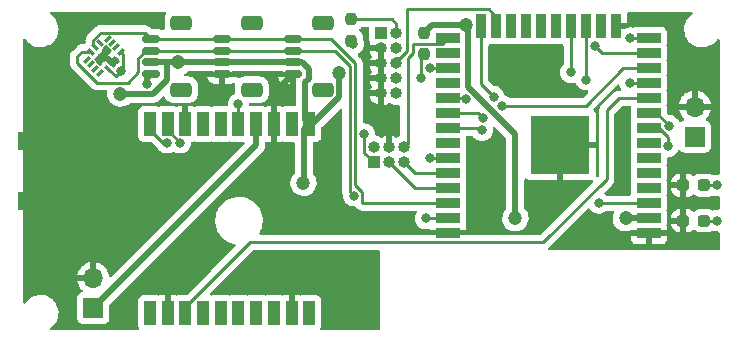
<source format=gbr>
%TF.GenerationSoftware,KiCad,Pcbnew,6.0.2+dfsg-1*%
%TF.CreationDate,2022-08-30T22:44:58-05:00*%
%TF.ProjectId,Rocket Tracker,526f636b-6574-4205-9472-61636b65722e,rev?*%
%TF.SameCoordinates,Original*%
%TF.FileFunction,Copper,L1,Top*%
%TF.FilePolarity,Positive*%
%FSLAX46Y46*%
G04 Gerber Fmt 4.6, Leading zero omitted, Abs format (unit mm)*
G04 Created by KiCad (PCBNEW 6.0.2+dfsg-1) date 2022-08-30 22:44:58*
%MOMM*%
%LPD*%
G01*
G04 APERTURE LIST*
G04 Aperture macros list*
%AMRoundRect*
0 Rectangle with rounded corners*
0 $1 Rounding radius*
0 $2 $3 $4 $5 $6 $7 $8 $9 X,Y pos of 4 corners*
0 Add a 4 corners polygon primitive as box body*
4,1,4,$2,$3,$4,$5,$6,$7,$8,$9,$2,$3,0*
0 Add four circle primitives for the rounded corners*
1,1,$1+$1,$2,$3*
1,1,$1+$1,$4,$5*
1,1,$1+$1,$6,$7*
1,1,$1+$1,$8,$9*
0 Add four rect primitives between the rounded corners*
20,1,$1+$1,$2,$3,$4,$5,0*
20,1,$1+$1,$4,$5,$6,$7,0*
20,1,$1+$1,$6,$7,$8,$9,0*
20,1,$1+$1,$8,$9,$2,$3,0*%
%AMRotRect*
0 Rectangle, with rotation*
0 The origin of the aperture is its center*
0 $1 length*
0 $2 width*
0 $3 Rotation angle, in degrees counterclockwise*
0 Add horizontal line*
21,1,$1,$2,0,0,$3*%
G04 Aperture macros list end*
%TA.AperFunction,SMDPad,CuDef*%
%ADD10RoundRect,0.237500X0.237500X-0.250000X0.237500X0.250000X-0.237500X0.250000X-0.237500X-0.250000X0*%
%TD*%
%TA.AperFunction,SMDPad,CuDef*%
%ADD11RoundRect,0.237500X-0.237500X0.250000X-0.237500X-0.250000X0.237500X-0.250000X0.237500X0.250000X0*%
%TD*%
%TA.AperFunction,SMDPad,CuDef*%
%ADD12RoundRect,0.150000X-0.625000X0.150000X-0.625000X-0.150000X0.625000X-0.150000X0.625000X0.150000X0*%
%TD*%
%TA.AperFunction,SMDPad,CuDef*%
%ADD13RoundRect,0.250000X-0.650000X0.350000X-0.650000X-0.350000X0.650000X-0.350000X0.650000X0.350000X0*%
%TD*%
%TA.AperFunction,ComponentPad*%
%ADD14R,1.000000X1.000000*%
%TD*%
%TA.AperFunction,ComponentPad*%
%ADD15O,1.000000X1.000000*%
%TD*%
%TA.AperFunction,SMDPad,CuDef*%
%ADD16R,1.000000X2.000000*%
%TD*%
%TA.AperFunction,SMDPad,CuDef*%
%ADD17R,2.000000X0.900000*%
%TD*%
%TA.AperFunction,SMDPad,CuDef*%
%ADD18R,0.900000X2.000000*%
%TD*%
%TA.AperFunction,SMDPad,CuDef*%
%ADD19R,5.000000X5.000000*%
%TD*%
%TA.AperFunction,SMDPad,CuDef*%
%ADD20RoundRect,0.237500X-0.287500X-0.237500X0.287500X-0.237500X0.287500X0.237500X-0.287500X0.237500X0*%
%TD*%
%TA.AperFunction,ComponentPad*%
%ADD21R,1.700000X1.700000*%
%TD*%
%TA.AperFunction,ComponentPad*%
%ADD22O,1.700000X1.700000*%
%TD*%
%TA.AperFunction,SMDPad,CuDef*%
%ADD23RotRect,0.675000X0.250000X45.000000*%
%TD*%
%TA.AperFunction,SMDPad,CuDef*%
%ADD24RotRect,0.250000X0.675000X45.000000*%
%TD*%
%TA.AperFunction,SMDPad,CuDef*%
%ADD25R,4.060000X1.520000*%
%TD*%
%TA.AperFunction,ViaPad*%
%ADD26C,0.800000*%
%TD*%
%TA.AperFunction,ViaPad*%
%ADD27C,1.200000*%
%TD*%
%TA.AperFunction,Conductor*%
%ADD28C,0.500000*%
%TD*%
%TA.AperFunction,Conductor*%
%ADD29C,0.250000*%
%TD*%
G04 APERTURE END LIST*
D10*
%TO.P,R4,1*%
%TO.N,+3V3*%
X98300000Y-88962500D03*
%TO.P,R4,2*%
%TO.N,ESP_TMS*%
X98300000Y-87137500D03*
%TD*%
D11*
%TO.P,R3,1*%
%TO.N,+3V3*%
X104450000Y-88287500D03*
%TO.P,R3,2*%
%TO.N,ESP_TDI*%
X104450000Y-90112500D03*
%TD*%
D12*
%TO.P,J6,1,Pin_1*%
%TO.N,SCL*%
X81375000Y-88800000D03*
%TO.P,J6,2,Pin_2*%
%TO.N,SDA*%
X81375000Y-89800000D03*
%TO.P,J6,3,Pin_3*%
%TO.N,+3V3*%
X81375000Y-90800000D03*
%TO.P,J6,4,Pin_4*%
%TO.N,GND*%
X81375000Y-91800000D03*
D13*
%TO.P,J6,MP*%
%TO.N,N/C*%
X83900000Y-87500000D03*
X83900000Y-93100000D03*
%TD*%
D14*
%TO.P,J1,1,Pin_1*%
%TO.N,ESP_EN*%
X100225000Y-99275000D03*
D15*
%TO.P,J1,2,Pin_2*%
%TO.N,+3V3*%
X100225000Y-98005000D03*
%TO.P,J1,3,Pin_3*%
%TO.N,ESP_TXD*%
X101495000Y-99275000D03*
%TO.P,J1,4,Pin_4*%
%TO.N,GND*%
X101495000Y-98005000D03*
%TO.P,J1,5,Pin_5*%
%TO.N,ESP_RXD*%
X102765000Y-99275000D03*
%TO.P,J1,6,Pin_6*%
%TO.N,ESP_IO0*%
X102765000Y-98005000D03*
%TD*%
D16*
%TO.P,U3,1,Vcc*%
%TO.N,+3V3*%
X94750000Y-96000000D03*
%TO.P,U3,2,~{NRESET}*%
%TO.N,unconnected-(U3-Pad2)*%
X93250000Y-96000000D03*
%TO.P,U3,3,GND*%
%TO.N,GND*%
X91750000Y-96000000D03*
%TO.P,U3,4,Vbackup*%
%TO.N,Vbackup*%
X90250000Y-96000000D03*
%TO.P,U3,5,~{3D-Fix}*%
%TO.N,GPS_FIX*%
X88750000Y-96000000D03*
%TO.P,U3,6,NC*%
%TO.N,unconnected-(U3-Pad6)*%
X87250000Y-96000000D03*
%TO.P,U3,7,NC*%
%TO.N,unconnected-(U3-Pad7)*%
X85750000Y-96000000D03*
%TO.P,U3,8,GND*%
%TO.N,GND*%
X84250000Y-96000000D03*
%TO.P,U3,9,TX*%
%TO.N,GPS_TX*%
X82750000Y-96000000D03*
%TO.P,U3,10,RX*%
%TO.N,GPS_RX*%
X81250000Y-96000000D03*
%TO.P,U3,11,EX_ANT*%
%TO.N,unconnected-(U3-Pad11)*%
X81250000Y-112000000D03*
%TO.P,U3,12,GND*%
%TO.N,GND*%
X82750000Y-112000000D03*
%TO.P,U3,13,1PPS*%
%TO.N,GPS_1PPS*%
X84250000Y-112000000D03*
%TO.P,U3,14,RTCM*%
%TO.N,unconnected-(U3-Pad14)*%
X85750000Y-112000000D03*
%TO.P,U3,15,NC*%
%TO.N,unconnected-(U3-Pad15)*%
X87250000Y-112000000D03*
%TO.P,U3,16,NC*%
%TO.N,unconnected-(U3-Pad16)*%
X88750000Y-112000000D03*
%TO.P,U3,17,NC*%
%TO.N,unconnected-(U3-Pad17)*%
X90250000Y-112000000D03*
%TO.P,U3,18,NC*%
%TO.N,unconnected-(U3-Pad18)*%
X91750000Y-112000000D03*
%TO.P,U3,19,GND*%
%TO.N,GND*%
X93250000Y-112000000D03*
%TO.P,U3,20,NC*%
%TO.N,unconnected-(U3-Pad20)*%
X94750000Y-112000000D03*
%TD*%
D17*
%TO.P,U1,1,GND*%
%TO.N,GND*%
X123500000Y-105255000D03*
%TO.P,U1,2,VDD*%
%TO.N,+3V3*%
X123500000Y-103985000D03*
%TO.P,U1,3,EN*%
%TO.N,ESP_EN*%
X123500000Y-102715000D03*
%TO.P,U1,4,SENSOR_VP*%
%TO.N,unconnected-(U1-Pad4)*%
X123500000Y-101445000D03*
%TO.P,U1,5,SENSOR_VN*%
%TO.N,unconnected-(U1-Pad5)*%
X123500000Y-100175000D03*
%TO.P,U1,6,IO34*%
%TO.N,unconnected-(U1-Pad6)*%
X123500000Y-98905000D03*
%TO.P,U1,7,IO35*%
%TO.N,unconnected-(U1-Pad7)*%
X123500000Y-97635000D03*
%TO.P,U1,8,IO32*%
%TO.N,LED_R*%
X123500000Y-96365000D03*
%TO.P,U1,9,IO33*%
%TO.N,LED_G*%
X123500000Y-95095000D03*
%TO.P,U1,10,IO25*%
%TO.N,GPS_1PPS*%
X123500000Y-93825000D03*
%TO.P,U1,11,IO26*%
%TO.N,GPS_FIX*%
X123500000Y-92555000D03*
%TO.P,U1,12,IO27*%
%TO.N,RFM_RST*%
X123500000Y-91285000D03*
%TO.P,U1,13,IO14*%
%TO.N,ESP_TMS*%
X123500000Y-90015000D03*
%TO.P,U1,14,IO12*%
%TO.N,ESP_TDI*%
X123500000Y-88745000D03*
D18*
%TO.P,U1,15,GND*%
%TO.N,GND*%
X120715000Y-87745000D03*
%TO.P,U1,16,IO13*%
%TO.N,unconnected-(U1-Pad16)*%
X119445000Y-87745000D03*
%TO.P,U1,17,SHD/SD2*%
%TO.N,GPS_TX*%
X118175000Y-87745000D03*
%TO.P,U1,18,SWP/SD3*%
%TO.N,GPS_RX*%
X116905000Y-87745000D03*
%TO.P,U1,19,SCS/CMD*%
%TO.N,unconnected-(U1-Pad19)*%
X115635000Y-87745000D03*
%TO.P,U1,20,SCK/CLK*%
%TO.N,unconnected-(U1-Pad20)*%
X114365000Y-87745000D03*
%TO.P,U1,21,SDO/SD0*%
%TO.N,unconnected-(U1-Pad21)*%
X113095000Y-87745000D03*
%TO.P,U1,22,SDI/SD1*%
%TO.N,unconnected-(U1-Pad22)*%
X111825000Y-87745000D03*
%TO.P,U1,23,IO15*%
%TO.N,ESP_TDO*%
X110555000Y-87745000D03*
%TO.P,U1,24,IO2*%
%TO.N,RFM_DIO0*%
X109285000Y-87745000D03*
D17*
%TO.P,U1,25,IO0*%
%TO.N,ESP_IO0*%
X106500000Y-88745000D03*
%TO.P,U1,26,IO4*%
%TO.N,FLASH_CS*%
X106500000Y-90015000D03*
%TO.P,U1,27,IO16*%
%TO.N,ESP_TCK*%
X106500000Y-91285000D03*
%TO.P,U1,28,IO17*%
%TO.N,unconnected-(U1-Pad28)*%
X106500000Y-92555000D03*
%TO.P,U1,29,IO5*%
%TO.N,RFM_CS*%
X106500000Y-93825000D03*
%TO.P,U1,30,IO18*%
%TO.N,SCK*%
X106500000Y-95095000D03*
%TO.P,U1,31,IO19*%
%TO.N,CIPO*%
X106500000Y-96365000D03*
%TO.P,U1,32,NC*%
%TO.N,unconnected-(U1-Pad32)*%
X106500000Y-97635000D03*
%TO.P,U1,33,IO21*%
%TO.N,SDA*%
X106500000Y-98905000D03*
%TO.P,U1,34,RXD0/IO3*%
%TO.N,ESP_RXD*%
X106500000Y-100175000D03*
%TO.P,U1,35,TXD0/IO1*%
%TO.N,ESP_TXD*%
X106500000Y-101445000D03*
%TO.P,U1,36,IO22*%
%TO.N,SCL*%
X106500000Y-102715000D03*
%TO.P,U1,37,IO23*%
%TO.N,COPI*%
X106500000Y-103985000D03*
%TO.P,U1,38,GND*%
%TO.N,GND*%
X106500000Y-105255000D03*
D19*
%TO.P,U1,39,GND*%
X116000000Y-97755000D03*
%TD*%
D12*
%TO.P,J7,1,Pin_1*%
%TO.N,SCL*%
X87375000Y-88800000D03*
%TO.P,J7,2,Pin_2*%
%TO.N,SDA*%
X87375000Y-89800000D03*
%TO.P,J7,3,Pin_3*%
%TO.N,+3V3*%
X87375000Y-90800000D03*
%TO.P,J7,4,Pin_4*%
%TO.N,GND*%
X87375000Y-91800000D03*
D13*
%TO.P,J7,MP*%
%TO.N,N/C*%
X89900000Y-93100000D03*
X89900000Y-87500000D03*
%TD*%
D20*
%TO.P,D1,1,K*%
%TO.N,GND*%
X126425000Y-101200000D03*
%TO.P,D1,2,A*%
%TO.N,Net-(D1-Pad2)*%
X128175000Y-101200000D03*
%TD*%
D21*
%TO.P,J5,1,Pin_1*%
%TO.N,Vin*%
X127400000Y-97075000D03*
D22*
%TO.P,J5,2,Pin_2*%
%TO.N,GND*%
X127400000Y-94535000D03*
%TD*%
D12*
%TO.P,J8,1,Pin_1*%
%TO.N,SCL*%
X93375000Y-88800000D03*
%TO.P,J8,2,Pin_2*%
%TO.N,SDA*%
X93375000Y-89800000D03*
%TO.P,J8,3,Pin_3*%
%TO.N,+3V3*%
X93375000Y-90800000D03*
%TO.P,J8,4,Pin_4*%
%TO.N,GND*%
X93375000Y-91800000D03*
D13*
%TO.P,J8,MP*%
%TO.N,N/C*%
X95900000Y-87500000D03*
X95900000Y-93100000D03*
%TD*%
D20*
%TO.P,D2,1,K*%
%TO.N,GND*%
X126425000Y-104200000D03*
%TO.P,D2,2,A*%
%TO.N,Net-(D2-Pad2)*%
X128175000Y-104200000D03*
%TD*%
D23*
%TO.P,U4,1,SDO*%
%TO.N,unconnected-(U4-Pad1)*%
X75926948Y-90612392D03*
%TO.P,U4,2,ASDx*%
%TO.N,unconnected-(U4-Pad2)*%
X76280501Y-90965946D03*
%TO.P,U4,3,ASCx*%
%TO.N,unconnected-(U4-Pad3)*%
X76634054Y-91319499D03*
%TO.P,U4,4,INT1*%
%TO.N,IMU_INT*%
X76987608Y-91673052D03*
D24*
%TO.P,U4,5,VDDIO*%
%TO.N,+3V3*%
X77712392Y-91319499D03*
%TO.P,U4,6,GNDIO*%
%TO.N,GND*%
X78065946Y-90965946D03*
%TO.P,U4,7,GND*%
X78419499Y-90612392D03*
D23*
%TO.P,U4,8,VDD*%
%TO.N,+3V3*%
X78773052Y-89887608D03*
%TO.P,U4,9,INT2*%
%TO.N,unconnected-(U4-Pad9)*%
X78419499Y-89534054D03*
%TO.P,U4,10,OCSB*%
%TO.N,unconnected-(U4-Pad10)*%
X78065946Y-89180501D03*
%TO.P,U4,11,OSDO*%
%TO.N,unconnected-(U4-Pad11)*%
X77712392Y-88826948D03*
D24*
%TO.P,U4,12,CSB*%
%TO.N,unconnected-(U4-Pad12)*%
X76987608Y-89180501D03*
%TO.P,U4,13,SCx*%
%TO.N,SCL*%
X76634054Y-89534054D03*
%TO.P,U4,14,SDx*%
%TO.N,SDA*%
X76280501Y-89887608D03*
%TD*%
D21*
%TO.P,J3,1,Pin_1*%
%TO.N,Vbackup*%
X76450000Y-111600000D03*
D22*
%TO.P,J3,2,Pin_2*%
%TO.N,GND*%
X76450000Y-109060000D03*
%TD*%
D15*
%TO.P,J2,10,Pin_10*%
%TO.N,unconnected-(J2-Pad10)*%
X102120000Y-93430000D03*
%TO.P,J2,9,Pin_9*%
%TO.N,GND*%
X100850000Y-93430000D03*
%TO.P,J2,8,Pin_8*%
%TO.N,ESP_TDI*%
X102120000Y-92160000D03*
%TO.P,J2,7,Pin_7*%
%TO.N,GND*%
X100850000Y-92160000D03*
%TO.P,J2,6,Pin_6*%
%TO.N,ESP_TDO*%
X102120000Y-90890000D03*
%TO.P,J2,5,Pin_5*%
%TO.N,GND*%
X100850000Y-90890000D03*
%TO.P,J2,4,Pin_4*%
%TO.N,ESP_TCK*%
X102120000Y-89620000D03*
%TO.P,J2,3,Pin_3*%
%TO.N,GND*%
X100850000Y-89620000D03*
%TO.P,J2,2,Pin_2*%
%TO.N,ESP_TMS*%
X102120000Y-88350000D03*
D14*
%TO.P,J2,1,Pin_1*%
%TO.N,+3V3*%
X100850000Y-88350000D03*
%TD*%
D25*
%TO.P,J4,2,Ext*%
%TO.N,GND*%
X72080000Y-102540000D03*
X72080000Y-97460000D03*
%TD*%
D26*
%TO.N,ESP_TDI*%
X104240000Y-92160000D03*
%TO.N,+3V3*%
X98475000Y-89225000D03*
D27*
%TO.N,GND*%
X81250000Y-87250000D03*
D26*
X77100000Y-95700000D03*
X75200000Y-102100000D03*
X121300000Y-98450000D03*
D27*
X118950000Y-105750000D03*
X99350000Y-111350000D03*
D26*
X81036812Y-92600500D03*
X121350000Y-95550000D03*
X75200000Y-97900000D03*
X77200000Y-90450000D03*
X77800000Y-101200000D03*
X76100000Y-96700000D03*
D27*
X109700000Y-104250000D03*
D26*
X78400000Y-95200000D03*
X79500000Y-95100000D03*
X76500000Y-101800000D03*
X121250000Y-101300000D03*
D27*
X115450000Y-101900000D03*
D26*
%TO.N,Net-(D1-Pad2)*%
X129250000Y-101200000D03*
%TO.N,Net-(D2-Pad2)*%
X129250000Y-104200000D03*
%TO.N,ESP_EN*%
X119250000Y-102700000D03*
X99400489Y-96874011D03*
D27*
%TO.N,+3V3*%
X78750000Y-93450000D03*
X112200000Y-104000000D03*
X83650000Y-90800000D03*
X94250000Y-101000000D03*
X108035498Y-87600000D03*
X121550000Y-104000000D03*
D26*
X78762500Y-91500000D03*
D27*
X97250000Y-91700000D03*
D26*
%TO.N,ESP_TMS*%
X118899500Y-89400000D03*
%TO.N,ESP_TCK*%
X105000000Y-91300000D03*
%TO.N,ESP_TDI*%
X121900000Y-88750000D03*
%TO.N,SDA*%
X104950000Y-98900000D03*
X98500000Y-102075500D03*
%TO.N,LED_R*%
X125100000Y-97900000D03*
%TO.N,LED_G*%
X125200000Y-96150000D03*
%TO.N,RFM_CS*%
X108000000Y-93900000D03*
%TO.N,GPS_FIX*%
X121900000Y-92550000D03*
X88750000Y-94350000D03*
%TO.N,RFM_RST*%
X111050000Y-94450000D03*
%TO.N,GPS_TX*%
X83800000Y-97600000D03*
X118200000Y-92250000D03*
%TO.N,GPS_RX*%
X116900000Y-91650000D03*
X82700000Y-97600000D03*
%TO.N,SCK*%
X109450000Y-95500000D03*
%TO.N,COPI*%
X104600000Y-104000000D03*
%TO.N,CIPO*%
X109374500Y-96538163D03*
%TO.N,RFM_DIO0*%
X110350000Y-93699011D03*
%TD*%
D28*
%TO.N,+3V3*%
X104450000Y-88287500D02*
X105137500Y-87600000D01*
X105137500Y-87600000D02*
X108035498Y-87600000D01*
D29*
%TO.N,ESP_TDI*%
X104240000Y-92160000D02*
X104240000Y-90322500D01*
X104240000Y-90322500D02*
X104450000Y-90112500D01*
%TO.N,ESP_IO0*%
X106500000Y-88745000D02*
X106004511Y-89240489D01*
X106004511Y-89240489D02*
X103499520Y-89240489D01*
X103499520Y-89240489D02*
X103499520Y-90042234D01*
X103499520Y-90042234D02*
X103100000Y-90441754D01*
X103100000Y-90441754D02*
X103100000Y-97670000D01*
X103100000Y-97670000D02*
X102765000Y-98005000D01*
%TO.N,ESP_TDO*%
X102120000Y-90890000D02*
X102120000Y-90444511D01*
X103050000Y-89856036D02*
X103050000Y-86310000D01*
X103050000Y-86310000D02*
X106700000Y-86310000D01*
X102120000Y-90444511D02*
X102461525Y-90444511D01*
X102461525Y-90444511D02*
X103050000Y-89856036D01*
%TO.N,ESP_EN*%
X99400489Y-98450489D02*
X100225000Y-99275000D01*
X99400489Y-96874011D02*
X99400489Y-98450489D01*
%TO.N,ESP_TMS*%
X102120000Y-88350000D02*
X102120000Y-87520000D01*
X102120000Y-87520000D02*
X101737500Y-87137500D01*
X101737500Y-87137500D02*
X98300000Y-87137500D01*
D28*
%TO.N,+3V3*%
X108150000Y-87714502D02*
X108150000Y-92848609D01*
%TO.N,Vbackup*%
X76450000Y-111600000D02*
X90250000Y-97800000D01*
X90250000Y-97800000D02*
X90250000Y-96000000D01*
%TO.N,GND*%
X77655387Y-90450000D02*
X78118640Y-90913253D01*
X81036812Y-92600500D02*
X81036812Y-92138188D01*
X77200000Y-90450000D02*
X77655387Y-90450000D01*
X91750000Y-93425000D02*
X93375000Y-91800000D01*
X81036812Y-92138188D02*
X81375000Y-91800000D01*
X78419499Y-90612392D02*
X78118639Y-90913253D01*
X91750000Y-96000000D02*
X91750000Y-93425000D01*
D29*
%TO.N,Net-(D1-Pad2)*%
X128175000Y-101200000D02*
X129250000Y-101200000D01*
%TO.N,Net-(D2-Pad2)*%
X128175000Y-104200000D02*
X129250000Y-104200000D01*
%TO.N,ESP_EN*%
X123500000Y-102715000D02*
X119265000Y-102715000D01*
X119265000Y-102715000D02*
X119250000Y-102700000D01*
D28*
%TO.N,+3V3*%
X108035498Y-87600000D02*
X108150000Y-87714502D01*
X91900000Y-90800000D02*
X93375000Y-90800000D01*
X94700000Y-92198925D02*
X94700000Y-91350000D01*
D29*
X78762500Y-91500000D02*
X78994018Y-91268482D01*
X78342893Y-91950000D02*
X77712392Y-91319499D01*
D28*
X81375000Y-90800000D02*
X83650000Y-90800000D01*
X83650000Y-90800000D02*
X87375000Y-90800000D01*
D29*
X78762500Y-91500000D02*
X78762500Y-91537500D01*
X78762500Y-91537500D02*
X78350000Y-91950000D01*
D28*
X94700000Y-91350000D02*
X94150000Y-90800000D01*
X82700000Y-90800000D02*
X82700000Y-92250000D01*
X112200000Y-96898609D02*
X112200000Y-104000000D01*
D29*
X78350000Y-91950000D02*
X78342893Y-91950000D01*
D28*
X81375000Y-90800000D02*
X82700000Y-90800000D01*
X87375000Y-90800000D02*
X91900000Y-90800000D01*
X94300000Y-100950000D02*
X94300000Y-96450000D01*
X94250000Y-101000000D02*
X94300000Y-100950000D01*
X97250000Y-93739270D02*
X94989270Y-96000000D01*
X108150000Y-92848609D02*
X112200000Y-96898609D01*
X94150000Y-90800000D02*
X93375000Y-90800000D01*
D29*
X78994018Y-91268482D02*
X78994018Y-90108574D01*
D28*
X81500000Y-93450000D02*
X78750000Y-93450000D01*
X94300000Y-96450000D02*
X94750000Y-96000000D01*
X82700000Y-92250000D02*
X81500000Y-93450000D01*
D29*
X78994018Y-90108574D02*
X78773052Y-89887608D01*
D28*
X94750000Y-96000000D02*
X94400000Y-95650000D01*
X123500000Y-103985000D02*
X121565000Y-103985000D01*
X94989270Y-96000000D02*
X94750000Y-96000000D01*
X94400000Y-95650000D02*
X94400000Y-92498925D01*
X121565000Y-103985000D02*
X121550000Y-104000000D01*
X94400000Y-92498925D02*
X94700000Y-92198925D01*
X97250000Y-91700000D02*
X97250000Y-93739270D01*
D29*
%TO.N,ESP_TXD*%
X103665000Y-101445000D02*
X101495000Y-99275000D01*
X106500000Y-101445000D02*
X103665000Y-101445000D01*
%TO.N,ESP_RXD*%
X103665000Y-100175000D02*
X102765000Y-99275000D01*
X106500000Y-100175000D02*
X103665000Y-100175000D01*
%TO.N,ESP_TMS*%
X118899500Y-89400000D02*
X119514500Y-90015000D01*
X119514500Y-90015000D02*
X123500000Y-90015000D01*
%TO.N,ESP_TCK*%
X106500000Y-91285000D02*
X105015000Y-91285000D01*
X105000000Y-91300000D02*
X105015000Y-91285000D01*
%TO.N,ESP_TDO*%
X106700000Y-86310000D02*
X106710000Y-86300000D01*
X106700000Y-86300000D02*
X106700000Y-86310000D01*
X110555000Y-86915978D02*
X110555000Y-87745000D01*
X106710000Y-86300000D02*
X109939022Y-86300000D01*
X109939022Y-86300000D02*
X110555000Y-86915978D01*
%TO.N,ESP_TDI*%
X121905000Y-88745000D02*
X121900000Y-88750000D01*
X123500000Y-88745000D02*
X121905000Y-88745000D01*
%TO.N,SCL*%
X99224511Y-102674511D02*
X99265000Y-102715000D01*
X99224511Y-101775397D02*
X99224511Y-102674511D01*
X77097902Y-88275391D02*
X76436051Y-88937242D01*
X76436051Y-89336051D02*
X76634054Y-89534054D01*
X98624031Y-90874031D02*
X98624031Y-101174917D01*
X87375000Y-88800000D02*
X93375000Y-88800000D01*
X93375000Y-88800000D02*
X96550000Y-88800000D01*
X98624031Y-101174917D02*
X99224511Y-101775397D01*
X96550000Y-88800000D02*
X98624031Y-90874031D01*
X81375000Y-88800000D02*
X87375000Y-88800000D01*
X99265000Y-102715000D02*
X106500000Y-102715000D01*
X81375000Y-88800000D02*
X80850391Y-88275391D01*
X76436051Y-88937242D02*
X76436051Y-89336051D01*
X80850391Y-88275391D02*
X77097902Y-88275391D01*
%TO.N,SDA*%
X93375000Y-89800000D02*
X87375000Y-89800000D01*
X98174511Y-101750011D02*
X98174511Y-91074511D01*
X80275480Y-90453448D02*
X80275480Y-91624520D01*
X98500000Y-102075500D02*
X98174511Y-101750011D01*
X106500000Y-98905000D02*
X104955000Y-98905000D01*
X81375000Y-89800000D02*
X80928928Y-89800000D01*
X96900000Y-89800000D02*
X93375000Y-89800000D01*
X80928928Y-89800000D02*
X80275480Y-90453448D01*
X98174511Y-91074511D02*
X96900000Y-89800000D01*
X80275480Y-91624520D02*
X79374511Y-92525489D01*
X76775489Y-92525489D02*
X75100000Y-90850000D01*
X75512392Y-89887608D02*
X76280501Y-89887608D01*
X75100000Y-90850000D02*
X75100000Y-90300000D01*
X104955000Y-98905000D02*
X104950000Y-98900000D01*
X81375000Y-89800000D02*
X87375000Y-89800000D01*
X79374511Y-92525489D02*
X76775489Y-92525489D01*
X75100000Y-90300000D02*
X75512392Y-89887608D01*
%TO.N,LED_R*%
X124365000Y-96365000D02*
X125100000Y-97100000D01*
X123500000Y-96365000D02*
X124365000Y-96365000D01*
X125100000Y-97100000D02*
X125100000Y-97900000D01*
%TO.N,LED_G*%
X123500000Y-95095000D02*
X124145000Y-95095000D01*
X124145000Y-95095000D02*
X125200000Y-96150000D01*
%TO.N,RFM_CS*%
X106500000Y-93825000D02*
X107925000Y-93825000D01*
X107925000Y-93825000D02*
X108000000Y-93900000D01*
%TO.N,GPS_1PPS*%
X119950000Y-94850000D02*
X120975000Y-93825000D01*
X119950000Y-100650000D02*
X119950000Y-94850000D01*
X114570489Y-106029511D02*
X119950000Y-100650000D01*
X89720489Y-106029511D02*
X114570489Y-106029511D01*
X84250000Y-112000000D02*
X84250000Y-111500000D01*
X120975000Y-93825000D02*
X123500000Y-93825000D01*
X84250000Y-111500000D02*
X89720489Y-106029511D01*
%TO.N,GPS_FIX*%
X121905000Y-92555000D02*
X121900000Y-92550000D01*
X88750000Y-96000000D02*
X88750000Y-94350000D01*
X123500000Y-92555000D02*
X121905000Y-92555000D01*
%TO.N,RFM_RST*%
X118150000Y-94450000D02*
X121315000Y-91285000D01*
X111050000Y-94450000D02*
X118150000Y-94450000D01*
X121315000Y-91285000D02*
X123500000Y-91285000D01*
%TO.N,GPS_TX*%
X82750000Y-96000000D02*
X82750000Y-96550000D01*
X118175000Y-92225000D02*
X118175000Y-87745000D01*
X118200000Y-92250000D02*
X118175000Y-92225000D01*
X82750000Y-96550000D02*
X83800000Y-97600000D01*
%TO.N,GPS_RX*%
X82350000Y-97600000D02*
X82700000Y-97600000D01*
X81250000Y-96500000D02*
X82350000Y-97600000D01*
X116900000Y-91650000D02*
X116905000Y-91645000D01*
X81250000Y-96000000D02*
X81250000Y-96500000D01*
X116905000Y-91645000D02*
X116905000Y-87745000D01*
%TO.N,SCK*%
X109045000Y-95095000D02*
X106500000Y-95095000D01*
X109450000Y-95500000D02*
X109045000Y-95095000D01*
%TO.N,COPI*%
X106500000Y-103985000D02*
X104615000Y-103985000D01*
X104615000Y-103985000D02*
X104600000Y-104000000D01*
%TO.N,CIPO*%
X109201337Y-96365000D02*
X109374500Y-96538163D01*
X106500000Y-96365000D02*
X109201337Y-96365000D01*
%TO.N,RFM_DIO0*%
X109285000Y-92634011D02*
X109285000Y-87745000D01*
X110350000Y-93699011D02*
X109285000Y-92634011D01*
%TD*%
%TA.AperFunction,Conductor*%
%TO.N,GND*%
G36*
X82597120Y-86528002D02*
G01*
X82643613Y-86581658D01*
X82653717Y-86651932D01*
X82636259Y-86700116D01*
X82562470Y-86819823D01*
X82557885Y-86827262D01*
X82502203Y-86995139D01*
X82491500Y-87099600D01*
X82491500Y-87900400D01*
X82496113Y-87944856D01*
X82483249Y-88014675D01*
X82434678Y-88066458D01*
X82365823Y-88083761D01*
X82306649Y-88066314D01*
X82263601Y-88040855D01*
X82255990Y-88038644D01*
X82255988Y-88038643D01*
X82200656Y-88022568D01*
X82103831Y-87994438D01*
X82097426Y-87993934D01*
X82097421Y-87993933D01*
X82068958Y-87991693D01*
X82068950Y-87991693D01*
X82066502Y-87991500D01*
X81514595Y-87991500D01*
X81446474Y-87971498D01*
X81425500Y-87954595D01*
X81354043Y-87883138D01*
X81346503Y-87874852D01*
X81342391Y-87868373D01*
X81326024Y-87853003D01*
X81292740Y-87821748D01*
X81289898Y-87818993D01*
X81270161Y-87799256D01*
X81266964Y-87796776D01*
X81257942Y-87789071D01*
X81253788Y-87785170D01*
X81225712Y-87758805D01*
X81218766Y-87754986D01*
X81218763Y-87754984D01*
X81207957Y-87749043D01*
X81191438Y-87738192D01*
X81190974Y-87737832D01*
X81175432Y-87725777D01*
X81168163Y-87722632D01*
X81168159Y-87722629D01*
X81134854Y-87708217D01*
X81124204Y-87703000D01*
X81085451Y-87681696D01*
X81065828Y-87676658D01*
X81047125Y-87670254D01*
X81035811Y-87665358D01*
X81035810Y-87665358D01*
X81028536Y-87662210D01*
X81020713Y-87660971D01*
X81020703Y-87660968D01*
X80984867Y-87655292D01*
X80973247Y-87652886D01*
X80938102Y-87643863D01*
X80938101Y-87643863D01*
X80930421Y-87641891D01*
X80910167Y-87641891D01*
X80890456Y-87640340D01*
X80878277Y-87638411D01*
X80870448Y-87637171D01*
X80841177Y-87639938D01*
X80826430Y-87641332D01*
X80814572Y-87641891D01*
X77176670Y-87641891D01*
X77165487Y-87641364D01*
X77157994Y-87639689D01*
X77150068Y-87639938D01*
X77150067Y-87639938D01*
X77089904Y-87641829D01*
X77085946Y-87641891D01*
X77058046Y-87641891D01*
X77054056Y-87642395D01*
X77042222Y-87643327D01*
X76998013Y-87644717D01*
X76990397Y-87646930D01*
X76990395Y-87646930D01*
X76978554Y-87650370D01*
X76959195Y-87654379D01*
X76957885Y-87654545D01*
X76939105Y-87656917D01*
X76931739Y-87659833D01*
X76931733Y-87659835D01*
X76898000Y-87673191D01*
X76886770Y-87677036D01*
X76870730Y-87681696D01*
X76844309Y-87689372D01*
X76837486Y-87693407D01*
X76826868Y-87699686D01*
X76809115Y-87708383D01*
X76802327Y-87711071D01*
X76790285Y-87715839D01*
X76776607Y-87725777D01*
X76754514Y-87741828D01*
X76744597Y-87748342D01*
X76706540Y-87770849D01*
X76692219Y-87785170D01*
X76677186Y-87798010D01*
X76660795Y-87809919D01*
X76634890Y-87841233D01*
X76632614Y-87843984D01*
X76624624Y-87852765D01*
X76043793Y-88433595D01*
X76035514Y-88441129D01*
X76029033Y-88445242D01*
X75982408Y-88494893D01*
X75979653Y-88497735D01*
X75959916Y-88517472D01*
X75957436Y-88520669D01*
X75949733Y-88529689D01*
X75919465Y-88561921D01*
X75915646Y-88568867D01*
X75915644Y-88568870D01*
X75909703Y-88579676D01*
X75898852Y-88596195D01*
X75886437Y-88612201D01*
X75883292Y-88619470D01*
X75883289Y-88619474D01*
X75868877Y-88652779D01*
X75863660Y-88663429D01*
X75842356Y-88702182D01*
X75840385Y-88709857D01*
X75840385Y-88709858D01*
X75837318Y-88721804D01*
X75830914Y-88740508D01*
X75826807Y-88750000D01*
X75822870Y-88759097D01*
X75821631Y-88766920D01*
X75821628Y-88766930D01*
X75815952Y-88802766D01*
X75813546Y-88814386D01*
X75809573Y-88829862D01*
X75802551Y-88857212D01*
X75802551Y-88877466D01*
X75801000Y-88897176D01*
X75797831Y-88917185D01*
X75801166Y-88952460D01*
X75801992Y-88961203D01*
X75802551Y-88973061D01*
X75802551Y-89128108D01*
X75782549Y-89196229D01*
X75728893Y-89242722D01*
X75676551Y-89254108D01*
X75591155Y-89254108D01*
X75579971Y-89253581D01*
X75572483Y-89251907D01*
X75564560Y-89252156D01*
X75504425Y-89254046D01*
X75500467Y-89254108D01*
X75472536Y-89254108D01*
X75468621Y-89254603D01*
X75468617Y-89254603D01*
X75468559Y-89254611D01*
X75468530Y-89254614D01*
X75456688Y-89255547D01*
X75412502Y-89256935D01*
X75395136Y-89261980D01*
X75393050Y-89262586D01*
X75373698Y-89266594D01*
X75366627Y-89267488D01*
X75353595Y-89269134D01*
X75346226Y-89272051D01*
X75346224Y-89272052D01*
X75312489Y-89285408D01*
X75301261Y-89289253D01*
X75258799Y-89301590D01*
X75251977Y-89305624D01*
X75251971Y-89305627D01*
X75241360Y-89311902D01*
X75223610Y-89320598D01*
X75212148Y-89325136D01*
X75212143Y-89325139D01*
X75204775Y-89328056D01*
X75190414Y-89338490D01*
X75169017Y-89354035D01*
X75159099Y-89360551D01*
X75153036Y-89364137D01*
X75121029Y-89383066D01*
X75106705Y-89397390D01*
X75091673Y-89410229D01*
X75075285Y-89422136D01*
X75048359Y-89454684D01*
X75047104Y-89456201D01*
X75039114Y-89464981D01*
X74707747Y-89796348D01*
X74699461Y-89803888D01*
X74692982Y-89808000D01*
X74687557Y-89813777D01*
X74646357Y-89857651D01*
X74643602Y-89860493D01*
X74623865Y-89880230D01*
X74621385Y-89883427D01*
X74613682Y-89892447D01*
X74583414Y-89924679D01*
X74579595Y-89931625D01*
X74579593Y-89931628D01*
X74573652Y-89942434D01*
X74562801Y-89958953D01*
X74550386Y-89974959D01*
X74547241Y-89982228D01*
X74547238Y-89982232D01*
X74532826Y-90015537D01*
X74527609Y-90026187D01*
X74506305Y-90064940D01*
X74504334Y-90072615D01*
X74504334Y-90072616D01*
X74501267Y-90084562D01*
X74494863Y-90103266D01*
X74486819Y-90121855D01*
X74485580Y-90129678D01*
X74485577Y-90129688D01*
X74479901Y-90165524D01*
X74477495Y-90177144D01*
X74468472Y-90212289D01*
X74466500Y-90219970D01*
X74466500Y-90240224D01*
X74464949Y-90259934D01*
X74461780Y-90279943D01*
X74462526Y-90287835D01*
X74465941Y-90323961D01*
X74466500Y-90335819D01*
X74466500Y-90771233D01*
X74465973Y-90782416D01*
X74464298Y-90789909D01*
X74464547Y-90797835D01*
X74464547Y-90797836D01*
X74466438Y-90857986D01*
X74466500Y-90861945D01*
X74466500Y-90889856D01*
X74466997Y-90893790D01*
X74466997Y-90893791D01*
X74467005Y-90893856D01*
X74467938Y-90905693D01*
X74469327Y-90949889D01*
X74472436Y-90960589D01*
X74474978Y-90969339D01*
X74478987Y-90988700D01*
X74481526Y-91008797D01*
X74484445Y-91016168D01*
X74484445Y-91016170D01*
X74497804Y-91049912D01*
X74501649Y-91061142D01*
X74513982Y-91103593D01*
X74518015Y-91110412D01*
X74518017Y-91110417D01*
X74524293Y-91121028D01*
X74532988Y-91138776D01*
X74540448Y-91157617D01*
X74545110Y-91164033D01*
X74545110Y-91164034D01*
X74566436Y-91193387D01*
X74572952Y-91203307D01*
X74590692Y-91233303D01*
X74595458Y-91241362D01*
X74609779Y-91255683D01*
X74622619Y-91270716D01*
X74634528Y-91287107D01*
X74661425Y-91309358D01*
X74668605Y-91315298D01*
X74677384Y-91323288D01*
X76271832Y-92917736D01*
X76279376Y-92926026D01*
X76283489Y-92932507D01*
X76289266Y-92937932D01*
X76333156Y-92979147D01*
X76335998Y-92981902D01*
X76355719Y-93001623D01*
X76358914Y-93004101D01*
X76367936Y-93011807D01*
X76400168Y-93042075D01*
X76407117Y-93045895D01*
X76417921Y-93051835D01*
X76434445Y-93062688D01*
X76450448Y-93075102D01*
X76491032Y-93092665D01*
X76501662Y-93097872D01*
X76540429Y-93119184D01*
X76548106Y-93121155D01*
X76548111Y-93121157D01*
X76560047Y-93124221D01*
X76578755Y-93130626D01*
X76597344Y-93138670D01*
X76605172Y-93139910D01*
X76605179Y-93139912D01*
X76641013Y-93145588D01*
X76652633Y-93147994D01*
X76687778Y-93157017D01*
X76695459Y-93158989D01*
X76715713Y-93158989D01*
X76735423Y-93160540D01*
X76755432Y-93163709D01*
X76763324Y-93162963D01*
X76799450Y-93159548D01*
X76811308Y-93158989D01*
X77526334Y-93158989D01*
X77594455Y-93178991D01*
X77640948Y-93232647D01*
X77651461Y-93299798D01*
X77637132Y-93420859D01*
X77650457Y-93624151D01*
X77700605Y-93821610D01*
X77785898Y-94006624D01*
X77903479Y-94172997D01*
X77939578Y-94208163D01*
X78010269Y-94277027D01*
X78049410Y-94315157D01*
X78054206Y-94318362D01*
X78054209Y-94318364D01*
X78187837Y-94407651D01*
X78218803Y-94428342D01*
X78224106Y-94430620D01*
X78224109Y-94430622D01*
X78398504Y-94505548D01*
X78405987Y-94508763D01*
X78459802Y-94520940D01*
X78599055Y-94552450D01*
X78599060Y-94552451D01*
X78604692Y-94553725D01*
X78610463Y-94553952D01*
X78610465Y-94553952D01*
X78673470Y-94556427D01*
X78808263Y-94561723D01*
X79009883Y-94532490D01*
X79015347Y-94530635D01*
X79015352Y-94530634D01*
X79197327Y-94468862D01*
X79197332Y-94468860D01*
X79202799Y-94467004D01*
X79212844Y-94461379D01*
X79268464Y-94430230D01*
X79380551Y-94367458D01*
X79536657Y-94237626D01*
X79601821Y-94209445D01*
X79617226Y-94208500D01*
X81432930Y-94208500D01*
X81451880Y-94209933D01*
X81466115Y-94212099D01*
X81466119Y-94212099D01*
X81473349Y-94213199D01*
X81480641Y-94212606D01*
X81480644Y-94212606D01*
X81526018Y-94208915D01*
X81536233Y-94208500D01*
X81544293Y-94208500D01*
X81557583Y-94206951D01*
X81572507Y-94205211D01*
X81576882Y-94204778D01*
X81642339Y-94199454D01*
X81642342Y-94199453D01*
X81649637Y-94198860D01*
X81656601Y-94196604D01*
X81662560Y-94195413D01*
X81668415Y-94194029D01*
X81675681Y-94193182D01*
X81744327Y-94168265D01*
X81748455Y-94166848D01*
X81810936Y-94146607D01*
X81810938Y-94146606D01*
X81817899Y-94144351D01*
X81824154Y-94140555D01*
X81829628Y-94138049D01*
X81835058Y-94135330D01*
X81841937Y-94132833D01*
X81902976Y-94092814D01*
X81906680Y-94090477D01*
X81969107Y-94052595D01*
X81977484Y-94045197D01*
X81977508Y-94045224D01*
X81980500Y-94042571D01*
X81983733Y-94039868D01*
X81989852Y-94035856D01*
X82043128Y-93979617D01*
X82045506Y-93977175D01*
X82336853Y-93685828D01*
X82399165Y-93651802D01*
X82469980Y-93656867D01*
X82526816Y-93699414D01*
X82545471Y-93735046D01*
X82555729Y-93765791D01*
X82558450Y-93773946D01*
X82651522Y-93924348D01*
X82776697Y-94049305D01*
X82782927Y-94053145D01*
X82782928Y-94053146D01*
X82920666Y-94138049D01*
X82927262Y-94142115D01*
X82981401Y-94160072D01*
X83088611Y-94195632D01*
X83088613Y-94195632D01*
X83095139Y-94197797D01*
X83101975Y-94198497D01*
X83101978Y-94198498D01*
X83145031Y-94202909D01*
X83199600Y-94208500D01*
X84600400Y-94208500D01*
X84603646Y-94208163D01*
X84603650Y-94208163D01*
X84699308Y-94198238D01*
X84699312Y-94198237D01*
X84706166Y-94197526D01*
X84712702Y-94195345D01*
X84712704Y-94195345D01*
X84858788Y-94146607D01*
X84873946Y-94141550D01*
X85024348Y-94048478D01*
X85149305Y-93923303D01*
X85166250Y-93895814D01*
X85238275Y-93778968D01*
X85238276Y-93778966D01*
X85242115Y-93772738D01*
X85272302Y-93681727D01*
X85295632Y-93611389D01*
X85295632Y-93611387D01*
X85297797Y-93604861D01*
X85308500Y-93500400D01*
X85308500Y-92699600D01*
X85305149Y-92667303D01*
X85298238Y-92600692D01*
X85298237Y-92600688D01*
X85297526Y-92593834D01*
X85284453Y-92554648D01*
X85243868Y-92433002D01*
X85241550Y-92426054D01*
X85148478Y-92275652D01*
X85023303Y-92150695D01*
X84920192Y-92087136D01*
X84885694Y-92065871D01*
X86098456Y-92065871D01*
X86139107Y-92205790D01*
X86145352Y-92220221D01*
X86221911Y-92349678D01*
X86231551Y-92362104D01*
X86337896Y-92468449D01*
X86350322Y-92478089D01*
X86479779Y-92554648D01*
X86494210Y-92560893D01*
X86640065Y-92603269D01*
X86652667Y-92605570D01*
X86681084Y-92607807D01*
X86686014Y-92608000D01*
X87102885Y-92608000D01*
X87118124Y-92603525D01*
X87119329Y-92602135D01*
X87121000Y-92594452D01*
X87121000Y-92072115D01*
X87116525Y-92056876D01*
X87115135Y-92055671D01*
X87107452Y-92054000D01*
X86113122Y-92054000D01*
X86099591Y-92057973D01*
X86098456Y-92065871D01*
X84885694Y-92065871D01*
X84878968Y-92061725D01*
X84878966Y-92061724D01*
X84872738Y-92057885D01*
X84763209Y-92021556D01*
X84711389Y-92004368D01*
X84711387Y-92004368D01*
X84704861Y-92002203D01*
X84698025Y-92001503D01*
X84698022Y-92001502D01*
X84654969Y-91997091D01*
X84600400Y-91991500D01*
X84274070Y-91991500D01*
X84205949Y-91971498D01*
X84159456Y-91917842D01*
X84149352Y-91847568D01*
X84178846Y-91782988D01*
X84212499Y-91755569D01*
X84280551Y-91717458D01*
X84436657Y-91587626D01*
X84501821Y-91559445D01*
X84517226Y-91558500D01*
X86466246Y-91558500D01*
X86501398Y-91563503D01*
X86639989Y-91603767D01*
X86639993Y-91603768D01*
X86646169Y-91605562D01*
X86652574Y-91606066D01*
X86652579Y-91606067D01*
X86681042Y-91608307D01*
X86681050Y-91608307D01*
X86683498Y-91608500D01*
X88066502Y-91608500D01*
X88068950Y-91608307D01*
X88068958Y-91608307D01*
X88097421Y-91606067D01*
X88097426Y-91606066D01*
X88103831Y-91605562D01*
X88110007Y-91603768D01*
X88110011Y-91603767D01*
X88248602Y-91563503D01*
X88283754Y-91558500D01*
X92466246Y-91558500D01*
X92501398Y-91563503D01*
X92639989Y-91603767D01*
X92639993Y-91603768D01*
X92646169Y-91605562D01*
X92652574Y-91606066D01*
X92652579Y-91606067D01*
X92681042Y-91608307D01*
X92681050Y-91608307D01*
X92683498Y-91608500D01*
X93503000Y-91608500D01*
X93571121Y-91628502D01*
X93617614Y-91682158D01*
X93629000Y-91734500D01*
X93629000Y-92589884D01*
X93636396Y-92615072D01*
X93641500Y-92650570D01*
X93641500Y-94365500D01*
X93621498Y-94433621D01*
X93567842Y-94480114D01*
X93515500Y-94491500D01*
X92701866Y-94491500D01*
X92639684Y-94498255D01*
X92632288Y-94501027D01*
X92632282Y-94501029D01*
X92543517Y-94534306D01*
X92472710Y-94539489D01*
X92455059Y-94534306D01*
X92367609Y-94501522D01*
X92352351Y-94497895D01*
X92301486Y-94492369D01*
X92294672Y-94492000D01*
X92022115Y-94492000D01*
X92006876Y-94496475D01*
X92005671Y-94497865D01*
X92004000Y-94505548D01*
X92004000Y-97489884D01*
X92008475Y-97505123D01*
X92009865Y-97506328D01*
X92017548Y-97507999D01*
X92294669Y-97507999D01*
X92301490Y-97507629D01*
X92352352Y-97502105D01*
X92367606Y-97498478D01*
X92455059Y-97465694D01*
X92525866Y-97460511D01*
X92543517Y-97465694D01*
X92632282Y-97498971D01*
X92632288Y-97498973D01*
X92639684Y-97501745D01*
X92701866Y-97508500D01*
X93415500Y-97508500D01*
X93483621Y-97528502D01*
X93530114Y-97582158D01*
X93541500Y-97634500D01*
X93541500Y-100089760D01*
X93521498Y-100157881D01*
X93498577Y-100184492D01*
X93446824Y-100229878D01*
X93446820Y-100229882D01*
X93442478Y-100233690D01*
X93316351Y-100393681D01*
X93313662Y-100398792D01*
X93313660Y-100398795D01*
X93270243Y-100481317D01*
X93221492Y-100573978D01*
X93161078Y-100768543D01*
X93137132Y-100970859D01*
X93150457Y-101174151D01*
X93200605Y-101371610D01*
X93285898Y-101556624D01*
X93403479Y-101722997D01*
X93449058Y-101767398D01*
X93529772Y-101846026D01*
X93549410Y-101865157D01*
X93554206Y-101868362D01*
X93554209Y-101868364D01*
X93674415Y-101948683D01*
X93718803Y-101978342D01*
X93724106Y-101980620D01*
X93724109Y-101980622D01*
X93893558Y-102053423D01*
X93905987Y-102058763D01*
X93950950Y-102068937D01*
X94099055Y-102102450D01*
X94099060Y-102102451D01*
X94104692Y-102103725D01*
X94110463Y-102103952D01*
X94110465Y-102103952D01*
X94173470Y-102106427D01*
X94308263Y-102111723D01*
X94509883Y-102082490D01*
X94515347Y-102080635D01*
X94515352Y-102080634D01*
X94697327Y-102018862D01*
X94697332Y-102018860D01*
X94702799Y-102017004D01*
X94723670Y-102005316D01*
X94812622Y-101955500D01*
X94880551Y-101917458D01*
X95037186Y-101787186D01*
X95167458Y-101630551D01*
X95242903Y-101495834D01*
X95264180Y-101457842D01*
X95264181Y-101457840D01*
X95267004Y-101452799D01*
X95268860Y-101447332D01*
X95268862Y-101447327D01*
X95330634Y-101265352D01*
X95330635Y-101265347D01*
X95332490Y-101259883D01*
X95361723Y-101058263D01*
X95363249Y-101000000D01*
X95348233Y-100836577D01*
X95345137Y-100802880D01*
X95345136Y-100802877D01*
X95344608Y-100797126D01*
X95329874Y-100744884D01*
X95290875Y-100606606D01*
X95290874Y-100606604D01*
X95289307Y-100601047D01*
X95278680Y-100579496D01*
X95201756Y-100423510D01*
X95199201Y-100418329D01*
X95184614Y-100398795D01*
X95083542Y-100263443D01*
X95058810Y-100196893D01*
X95058500Y-100188054D01*
X95058500Y-97634500D01*
X95078502Y-97566379D01*
X95132158Y-97519886D01*
X95184500Y-97508500D01*
X95298134Y-97508500D01*
X95360316Y-97501745D01*
X95496705Y-97450615D01*
X95613261Y-97363261D01*
X95700615Y-97246705D01*
X95751745Y-97110316D01*
X95758500Y-97048134D01*
X95758500Y-96355641D01*
X95778502Y-96287520D01*
X95795405Y-96266546D01*
X97325916Y-94736035D01*
X97388228Y-94702009D01*
X97459043Y-94707074D01*
X97515879Y-94749621D01*
X97540690Y-94816141D01*
X97541011Y-94825130D01*
X97541011Y-101671244D01*
X97540484Y-101682427D01*
X97538809Y-101689920D01*
X97539058Y-101697846D01*
X97539058Y-101697847D01*
X97540949Y-101757997D01*
X97541011Y-101761956D01*
X97541011Y-101789867D01*
X97541508Y-101793801D01*
X97541508Y-101793802D01*
X97541516Y-101793867D01*
X97542449Y-101805704D01*
X97543838Y-101849900D01*
X97549489Y-101869350D01*
X97553498Y-101888711D01*
X97556037Y-101908808D01*
X97558956Y-101916179D01*
X97558956Y-101916181D01*
X97572315Y-101949923D01*
X97576160Y-101961153D01*
X97585679Y-101993917D01*
X97589992Y-102042241D01*
X97586496Y-102075500D01*
X97587186Y-102082065D01*
X97600200Y-102205882D01*
X97606458Y-102265428D01*
X97665473Y-102447056D01*
X97760960Y-102612444D01*
X97888747Y-102754366D01*
X97987843Y-102826364D01*
X98024187Y-102852769D01*
X98043248Y-102866618D01*
X98049276Y-102869302D01*
X98049278Y-102869303D01*
X98211681Y-102941609D01*
X98217712Y-102944294D01*
X98310774Y-102964075D01*
X98398056Y-102982628D01*
X98398061Y-102982628D01*
X98404513Y-102984000D01*
X98595487Y-102984000D01*
X98595487Y-102985962D01*
X98656101Y-102997046D01*
X98707888Y-103045445D01*
X98719969Y-103065873D01*
X98734293Y-103080197D01*
X98747128Y-103095224D01*
X98759039Y-103111618D01*
X98765147Y-103116671D01*
X98765149Y-103116673D01*
X98780233Y-103129151D01*
X98786170Y-103134385D01*
X98822637Y-103168629D01*
X98825481Y-103171385D01*
X98845230Y-103191135D01*
X98848427Y-103193615D01*
X98857447Y-103201318D01*
X98889679Y-103231586D01*
X98896625Y-103235405D01*
X98896628Y-103235407D01*
X98907434Y-103241348D01*
X98923953Y-103252199D01*
X98939959Y-103264614D01*
X98947228Y-103267759D01*
X98947232Y-103267762D01*
X98980537Y-103282174D01*
X98991187Y-103287391D01*
X99029940Y-103308695D01*
X99037615Y-103310666D01*
X99037616Y-103310666D01*
X99049562Y-103313733D01*
X99068267Y-103320137D01*
X99086855Y-103328181D01*
X99094678Y-103329420D01*
X99094688Y-103329423D01*
X99130524Y-103335099D01*
X99142144Y-103337505D01*
X99177289Y-103346528D01*
X99184970Y-103348500D01*
X99205224Y-103348500D01*
X99224934Y-103350051D01*
X99244943Y-103353220D01*
X99252835Y-103352474D01*
X99264263Y-103351394D01*
X99288962Y-103349059D01*
X99300819Y-103348500D01*
X103708861Y-103348500D01*
X103776982Y-103368502D01*
X103823475Y-103422158D01*
X103833579Y-103492432D01*
X103817981Y-103537498D01*
X103765473Y-103628444D01*
X103706458Y-103810072D01*
X103705768Y-103816633D01*
X103705768Y-103816635D01*
X103693595Y-103932452D01*
X103686496Y-104000000D01*
X103687186Y-104006565D01*
X103705389Y-104179753D01*
X103706458Y-104189928D01*
X103765473Y-104371556D01*
X103768776Y-104377278D01*
X103768777Y-104377279D01*
X103787933Y-104410458D01*
X103860960Y-104536944D01*
X103865378Y-104541851D01*
X103865379Y-104541852D01*
X103876221Y-104553893D01*
X103988747Y-104678866D01*
X104049488Y-104722997D01*
X104131728Y-104782748D01*
X104143248Y-104791118D01*
X104149276Y-104793802D01*
X104149278Y-104793803D01*
X104222176Y-104826259D01*
X104317712Y-104868794D01*
X104411112Y-104888647D01*
X104498056Y-104907128D01*
X104498061Y-104907128D01*
X104504513Y-104908500D01*
X104695487Y-104908500D01*
X104701939Y-104907128D01*
X104701944Y-104907128D01*
X104803152Y-104885615D01*
X104839824Y-104877820D01*
X104910614Y-104883222D01*
X104967246Y-104926039D01*
X104986916Y-104965569D01*
X104996475Y-104998124D01*
X104997865Y-104999329D01*
X105005548Y-105001000D01*
X107989884Y-105001000D01*
X108005123Y-104996525D01*
X108006328Y-104995135D01*
X108007999Y-104987452D01*
X108007999Y-104760331D01*
X108007629Y-104753510D01*
X108002105Y-104702648D01*
X107998480Y-104687400D01*
X107990061Y-104664943D01*
X107984878Y-104594136D01*
X107990058Y-104576490D01*
X108001745Y-104545316D01*
X108008500Y-104483134D01*
X108008500Y-103486866D01*
X108001745Y-103424684D01*
X107990328Y-103394229D01*
X107985145Y-103323423D01*
X107990326Y-103305776D01*
X108001745Y-103275316D01*
X108008500Y-103213134D01*
X108008500Y-102216866D01*
X108001745Y-102154684D01*
X107990328Y-102124229D01*
X107985145Y-102053423D01*
X107990326Y-102035776D01*
X108001745Y-102005316D01*
X108008500Y-101943134D01*
X108008500Y-100946866D01*
X108008094Y-100943124D01*
X108002598Y-100892540D01*
X108001745Y-100884684D01*
X107990328Y-100854229D01*
X107985145Y-100783423D01*
X107990326Y-100765776D01*
X108001745Y-100735316D01*
X108008500Y-100673134D01*
X108008500Y-99676866D01*
X108001745Y-99614684D01*
X107990328Y-99584229D01*
X107985145Y-99513423D01*
X107990326Y-99495776D01*
X108001745Y-99465316D01*
X108008500Y-99403134D01*
X108008500Y-98406866D01*
X108001745Y-98344684D01*
X107990328Y-98314229D01*
X107985145Y-98243423D01*
X107990326Y-98225776D01*
X108001745Y-98195316D01*
X108008500Y-98133134D01*
X108008500Y-97136866D01*
X108008132Y-97133480D01*
X108008015Y-97131317D01*
X108024302Y-97062214D01*
X108075364Y-97012886D01*
X108133830Y-96998500D01*
X108518485Y-96998500D01*
X108586606Y-97018502D01*
X108627604Y-97061500D01*
X108635460Y-97075107D01*
X108639878Y-97080014D01*
X108639879Y-97080015D01*
X108726201Y-97175885D01*
X108763247Y-97217029D01*
X108917748Y-97329281D01*
X108923776Y-97331965D01*
X108923778Y-97331966D01*
X109041521Y-97384388D01*
X109092212Y-97406957D01*
X109185612Y-97426810D01*
X109272556Y-97445291D01*
X109272561Y-97445291D01*
X109279013Y-97446663D01*
X109469987Y-97446663D01*
X109476439Y-97445291D01*
X109476444Y-97445291D01*
X109563388Y-97426810D01*
X109656788Y-97406957D01*
X109707479Y-97384388D01*
X109825222Y-97331966D01*
X109825224Y-97331965D01*
X109831252Y-97329281D01*
X109985753Y-97217029D01*
X110022799Y-97175885D01*
X110109121Y-97080015D01*
X110109122Y-97080014D01*
X110113540Y-97075107D01*
X110200022Y-96925316D01*
X110205723Y-96915442D01*
X110205724Y-96915441D01*
X110209027Y-96909719D01*
X110268042Y-96728091D01*
X110272668Y-96684083D01*
X110287314Y-96544728D01*
X110288004Y-96538163D01*
X110268954Y-96356914D01*
X110281726Y-96287076D01*
X110330228Y-96235229D01*
X110399061Y-96217835D01*
X110466371Y-96240416D01*
X110483359Y-96254649D01*
X111404595Y-97175885D01*
X111438621Y-97238197D01*
X111441500Y-97264980D01*
X111441500Y-103133609D01*
X111421498Y-103201730D01*
X111398580Y-103228338D01*
X111396821Y-103229881D01*
X111392478Y-103233690D01*
X111388911Y-103238215D01*
X111388906Y-103238220D01*
X111302331Y-103348040D01*
X111266351Y-103393681D01*
X111263662Y-103398792D01*
X111263660Y-103398795D01*
X111238948Y-103445765D01*
X111171492Y-103573978D01*
X111111078Y-103768543D01*
X111087132Y-103970859D01*
X111100457Y-104174151D01*
X111150605Y-104371610D01*
X111235898Y-104556624D01*
X111353479Y-104722997D01*
X111499410Y-104865157D01*
X111504206Y-104868362D01*
X111504209Y-104868364D01*
X111557589Y-104904031D01*
X111668803Y-104978342D01*
X111674106Y-104980620D01*
X111674109Y-104980622D01*
X111814459Y-105040921D01*
X111855987Y-105058763D01*
X111906386Y-105070167D01*
X112049055Y-105102450D01*
X112049060Y-105102451D01*
X112054692Y-105103725D01*
X112060463Y-105103952D01*
X112060465Y-105103952D01*
X112123470Y-105106427D01*
X112258263Y-105111723D01*
X112459883Y-105082490D01*
X112465347Y-105080635D01*
X112465352Y-105080634D01*
X112647327Y-105018862D01*
X112647332Y-105018860D01*
X112652799Y-105017004D01*
X112661926Y-105011893D01*
X112727567Y-104975132D01*
X112830551Y-104917458D01*
X112987186Y-104787186D01*
X113117458Y-104630551D01*
X113183883Y-104511941D01*
X113214180Y-104457842D01*
X113214181Y-104457840D01*
X113217004Y-104452799D01*
X113218860Y-104447332D01*
X113218862Y-104447327D01*
X113280634Y-104265352D01*
X113280635Y-104265347D01*
X113282490Y-104259883D01*
X113311723Y-104058263D01*
X113313249Y-104000000D01*
X113296401Y-103816635D01*
X113295137Y-103802880D01*
X113295136Y-103802877D01*
X113294608Y-103797126D01*
X113269679Y-103708735D01*
X113240875Y-103606606D01*
X113240874Y-103606604D01*
X113239307Y-103601047D01*
X113228680Y-103579496D01*
X113151756Y-103423510D01*
X113149201Y-103418329D01*
X113127408Y-103389144D01*
X113083118Y-103329833D01*
X113027305Y-103255091D01*
X113001878Y-103231586D01*
X112998971Y-103228899D01*
X112962526Y-103167971D01*
X112958500Y-103136375D01*
X112958500Y-100735944D01*
X112978502Y-100667823D01*
X113032158Y-100621330D01*
X113102432Y-100611226D01*
X113160065Y-100635118D01*
X113246351Y-100699786D01*
X113261946Y-100708324D01*
X113382394Y-100753478D01*
X113397649Y-100757105D01*
X113448514Y-100762631D01*
X113455328Y-100763000D01*
X115727885Y-100763000D01*
X115743124Y-100758525D01*
X115744329Y-100757135D01*
X115746000Y-100749452D01*
X115746000Y-97627000D01*
X115766002Y-97558879D01*
X115819658Y-97512386D01*
X115872000Y-97501000D01*
X118989884Y-97501000D01*
X119005123Y-97496525D01*
X119006328Y-97495135D01*
X119007999Y-97487452D01*
X119007999Y-95210331D01*
X119007629Y-95203510D01*
X119002105Y-95152648D01*
X118998479Y-95137396D01*
X118953324Y-95016946D01*
X118944786Y-95001351D01*
X118868285Y-94899276D01*
X118855724Y-94886715D01*
X118831097Y-94868258D01*
X118788582Y-94811399D01*
X118783556Y-94740580D01*
X118817567Y-94678337D01*
X120799640Y-92696264D01*
X120861952Y-92662238D01*
X120932767Y-92667303D01*
X120989603Y-92709850D01*
X121008568Y-92746422D01*
X121065473Y-92921556D01*
X121068776Y-92927278D01*
X121068777Y-92927279D01*
X121111492Y-93001264D01*
X121128230Y-93070260D01*
X121105009Y-93137352D01*
X121049202Y-93181239D01*
X121006332Y-93190202D01*
X120967001Y-93191438D01*
X120963043Y-93191500D01*
X120935144Y-93191500D01*
X120931154Y-93192004D01*
X120919320Y-93192936D01*
X120875111Y-93194326D01*
X120867497Y-93196538D01*
X120867492Y-93196539D01*
X120855659Y-93199977D01*
X120836296Y-93203988D01*
X120816203Y-93206526D01*
X120808836Y-93209443D01*
X120808831Y-93209444D01*
X120775092Y-93222802D01*
X120763865Y-93226646D01*
X120721407Y-93238982D01*
X120714581Y-93243019D01*
X120703972Y-93249293D01*
X120686224Y-93257988D01*
X120667383Y-93265448D01*
X120660967Y-93270110D01*
X120660966Y-93270110D01*
X120631613Y-93291436D01*
X120621693Y-93297952D01*
X120590465Y-93316420D01*
X120590462Y-93316422D01*
X120583638Y-93320458D01*
X120569317Y-93334779D01*
X120554284Y-93347619D01*
X120537893Y-93359528D01*
X120532843Y-93365632D01*
X120532838Y-93365637D01*
X120509707Y-93393598D01*
X120501717Y-93402379D01*
X119557742Y-94346353D01*
X119549463Y-94353887D01*
X119542982Y-94358000D01*
X119496357Y-94407651D01*
X119493602Y-94410493D01*
X119473865Y-94430230D01*
X119471385Y-94433427D01*
X119463682Y-94442447D01*
X119433414Y-94474679D01*
X119429595Y-94481625D01*
X119429593Y-94481628D01*
X119423652Y-94492434D01*
X119412801Y-94508953D01*
X119400386Y-94524959D01*
X119397241Y-94532228D01*
X119397238Y-94532232D01*
X119382826Y-94565537D01*
X119377609Y-94576187D01*
X119356305Y-94614940D01*
X119354334Y-94622615D01*
X119354334Y-94622616D01*
X119351267Y-94634562D01*
X119344863Y-94653266D01*
X119336819Y-94671855D01*
X119335580Y-94679678D01*
X119335577Y-94679688D01*
X119329901Y-94715524D01*
X119327495Y-94727144D01*
X119318472Y-94762289D01*
X119316500Y-94769970D01*
X119316500Y-94790224D01*
X119314949Y-94809934D01*
X119311780Y-94829943D01*
X119312526Y-94837835D01*
X119315941Y-94873961D01*
X119316500Y-94885819D01*
X119316500Y-100335405D01*
X119296498Y-100403526D01*
X119279595Y-100424500D01*
X119209192Y-100494903D01*
X119146880Y-100528929D01*
X119076065Y-100523864D01*
X119019229Y-100481317D01*
X118994418Y-100414797D01*
X118997514Y-100376662D01*
X119002105Y-100357352D01*
X119007631Y-100306486D01*
X119008000Y-100299672D01*
X119008000Y-98027115D01*
X119003525Y-98011876D01*
X119002135Y-98010671D01*
X118994452Y-98009000D01*
X116272115Y-98009000D01*
X116256876Y-98013475D01*
X116255671Y-98014865D01*
X116254000Y-98022548D01*
X116254000Y-100744884D01*
X116258475Y-100760123D01*
X116259865Y-100761328D01*
X116267548Y-100762999D01*
X118544669Y-100762999D01*
X118551490Y-100762629D01*
X118602354Y-100757105D01*
X118621665Y-100752514D01*
X118692565Y-100756217D01*
X118750207Y-100797665D01*
X118776291Y-100863696D01*
X118762535Y-100933347D01*
X118739903Y-100964192D01*
X114344989Y-105359106D01*
X114282677Y-105393132D01*
X114255894Y-105396011D01*
X90646937Y-105396011D01*
X90578816Y-105376009D01*
X90532323Y-105322353D01*
X90522219Y-105252079D01*
X90537818Y-105207011D01*
X90537997Y-105206702D01*
X90609636Y-105082619D01*
X90714862Y-104822176D01*
X90731359Y-104756010D01*
X90781753Y-104553893D01*
X90781754Y-104553888D01*
X90782817Y-104549624D01*
X90784096Y-104537460D01*
X90811719Y-104274636D01*
X90811719Y-104274633D01*
X90812178Y-104270267D01*
X90812025Y-104265873D01*
X90802529Y-103993939D01*
X90802528Y-103993933D01*
X90802375Y-103989542D01*
X90800098Y-103976625D01*
X90754360Y-103717236D01*
X90753598Y-103712913D01*
X90666797Y-103445765D01*
X90655943Y-103423510D01*
X90607472Y-103324132D01*
X90543660Y-103193298D01*
X90541205Y-103189659D01*
X90541202Y-103189653D01*
X90457711Y-103065873D01*
X90386585Y-102960424D01*
X90372062Y-102944294D01*
X90286900Y-102849713D01*
X90198629Y-102751678D01*
X89983450Y-102571121D01*
X89745236Y-102422269D01*
X89488625Y-102308018D01*
X89218610Y-102230593D01*
X89214260Y-102229982D01*
X89214257Y-102229981D01*
X89096766Y-102213469D01*
X88940448Y-102191500D01*
X88729854Y-102191500D01*
X88727668Y-102191653D01*
X88727664Y-102191653D01*
X88524173Y-102205882D01*
X88524168Y-102205883D01*
X88519788Y-102206189D01*
X88245030Y-102264591D01*
X88240901Y-102266094D01*
X88240897Y-102266095D01*
X87985219Y-102359154D01*
X87985215Y-102359156D01*
X87981074Y-102360663D01*
X87733058Y-102492536D01*
X87729499Y-102495122D01*
X87729497Y-102495123D01*
X87561263Y-102617352D01*
X87505808Y-102657642D01*
X87303748Y-102852769D01*
X87130812Y-103074118D01*
X87128616Y-103077922D01*
X87128611Y-103077929D01*
X87041117Y-103229474D01*
X86990364Y-103317381D01*
X86885138Y-103577824D01*
X86884073Y-103582097D01*
X86884072Y-103582099D01*
X86825472Y-103817132D01*
X86817183Y-103850376D01*
X86816724Y-103854744D01*
X86816723Y-103854749D01*
X86788281Y-104125364D01*
X86787822Y-104129733D01*
X86787975Y-104134121D01*
X86787975Y-104134127D01*
X86796452Y-104376856D01*
X86797625Y-104410458D01*
X86798387Y-104414781D01*
X86798388Y-104414788D01*
X86821404Y-104545316D01*
X86846402Y-104687087D01*
X86933203Y-104954235D01*
X86935131Y-104958188D01*
X86935133Y-104958193D01*
X86966136Y-105021758D01*
X87056340Y-105206702D01*
X87058795Y-105210341D01*
X87058798Y-105210347D01*
X87086947Y-105252079D01*
X87213415Y-105439576D01*
X87401371Y-105648322D01*
X87616550Y-105828879D01*
X87854764Y-105977731D01*
X88111375Y-106091982D01*
X88381390Y-106169407D01*
X88385743Y-106170019D01*
X88385744Y-106170019D01*
X88397058Y-106171609D01*
X88461732Y-106200897D01*
X88500306Y-106260500D01*
X88500531Y-106331496D01*
X88468618Y-106385478D01*
X86433281Y-108420814D01*
X84399500Y-110454595D01*
X84337188Y-110488621D01*
X84310405Y-110491500D01*
X83701866Y-110491500D01*
X83639684Y-110498255D01*
X83632288Y-110501027D01*
X83632282Y-110501029D01*
X83543517Y-110534306D01*
X83472710Y-110539489D01*
X83455059Y-110534306D01*
X83367609Y-110501522D01*
X83352351Y-110497895D01*
X83301486Y-110492369D01*
X83294672Y-110492000D01*
X83022115Y-110492000D01*
X83006876Y-110496475D01*
X83005671Y-110497865D01*
X83004000Y-110505548D01*
X83004000Y-112128000D01*
X82983998Y-112196121D01*
X82930342Y-112242614D01*
X82878000Y-112254000D01*
X82622000Y-112254000D01*
X82553879Y-112233998D01*
X82507386Y-112180342D01*
X82496000Y-112128000D01*
X82496000Y-110510116D01*
X82491525Y-110494877D01*
X82490135Y-110493672D01*
X82482452Y-110492001D01*
X82205331Y-110492001D01*
X82198510Y-110492371D01*
X82147648Y-110497895D01*
X82132394Y-110501522D01*
X82044941Y-110534306D01*
X81974134Y-110539489D01*
X81956483Y-110534306D01*
X81867718Y-110501029D01*
X81867712Y-110501027D01*
X81860316Y-110498255D01*
X81798134Y-110491500D01*
X80701866Y-110491500D01*
X80639684Y-110498255D01*
X80503295Y-110549385D01*
X80386739Y-110636739D01*
X80299385Y-110753295D01*
X80248255Y-110889684D01*
X80241500Y-110951866D01*
X80241500Y-113048134D01*
X80248255Y-113110316D01*
X80299385Y-113246705D01*
X80332159Y-113290435D01*
X80357007Y-113356941D01*
X80341954Y-113426324D01*
X80291780Y-113476554D01*
X80231333Y-113492000D01*
X72898207Y-113492000D01*
X72830086Y-113471998D01*
X72783593Y-113418342D01*
X72773489Y-113348068D01*
X72802983Y-113283488D01*
X72831064Y-113259380D01*
X72902288Y-113214528D01*
X72902291Y-113214526D01*
X72906567Y-113211833D01*
X73013324Y-113117715D01*
X73084858Y-113054650D01*
X73084861Y-113054647D01*
X73088655Y-113051302D01*
X73216854Y-112895229D01*
X73239526Y-112867628D01*
X73239528Y-112867625D01*
X73242734Y-112863722D01*
X73364841Y-112653922D01*
X73385040Y-112601301D01*
X73424642Y-112498134D01*
X75091500Y-112498134D01*
X75098255Y-112560316D01*
X75149385Y-112696705D01*
X75236739Y-112813261D01*
X75353295Y-112900615D01*
X75489684Y-112951745D01*
X75551866Y-112958500D01*
X77348134Y-112958500D01*
X77410316Y-112951745D01*
X77546705Y-112900615D01*
X77663261Y-112813261D01*
X77750615Y-112696705D01*
X77801745Y-112560316D01*
X77808500Y-112498134D01*
X77808500Y-111366371D01*
X77828502Y-111298250D01*
X77845405Y-111277276D01*
X90738911Y-98383770D01*
X90753323Y-98371384D01*
X90764918Y-98362851D01*
X90764923Y-98362846D01*
X90770818Y-98358508D01*
X90775557Y-98352930D01*
X90775560Y-98352927D01*
X90805035Y-98318232D01*
X90811965Y-98310716D01*
X90817660Y-98305021D01*
X90822518Y-98298880D01*
X90835281Y-98282749D01*
X90838072Y-98279345D01*
X90880591Y-98229297D01*
X90880592Y-98229295D01*
X90885333Y-98223715D01*
X90888661Y-98217199D01*
X90892028Y-98212150D01*
X90895195Y-98207021D01*
X90899734Y-98201284D01*
X90930655Y-98135125D01*
X90932561Y-98131225D01*
X90945341Y-98106197D01*
X90965769Y-98066192D01*
X90967508Y-98059084D01*
X90969607Y-98053441D01*
X90971524Y-98047678D01*
X90974622Y-98041050D01*
X90977521Y-98027115D01*
X90988042Y-97976531D01*
X90989487Y-97969583D01*
X90990457Y-97965299D01*
X91006473Y-97899845D01*
X91007808Y-97894390D01*
X91008500Y-97883236D01*
X91008536Y-97883238D01*
X91008775Y-97879245D01*
X91009149Y-97875053D01*
X91010640Y-97867885D01*
X91008546Y-97790479D01*
X91008500Y-97787072D01*
X91008500Y-97627418D01*
X91028502Y-97559297D01*
X91082158Y-97512804D01*
X91148108Y-97502155D01*
X91198514Y-97507631D01*
X91205328Y-97508000D01*
X91477885Y-97508000D01*
X91493124Y-97503525D01*
X91494329Y-97502135D01*
X91496000Y-97494452D01*
X91496000Y-94510116D01*
X91491525Y-94494877D01*
X91490135Y-94493672D01*
X91482452Y-94492001D01*
X91205331Y-94492001D01*
X91198510Y-94492371D01*
X91147648Y-94497895D01*
X91132394Y-94501522D01*
X91044941Y-94534306D01*
X90974134Y-94539489D01*
X90956483Y-94534306D01*
X90867718Y-94501029D01*
X90867712Y-94501027D01*
X90860316Y-94498255D01*
X90798134Y-94491500D01*
X89788569Y-94491500D01*
X89720448Y-94471498D01*
X89673955Y-94417842D01*
X89665030Y-94363170D01*
X89662814Y-94363170D01*
X89662814Y-94356565D01*
X89663504Y-94350000D01*
X89662814Y-94343435D01*
X89662814Y-94336830D01*
X89665243Y-94336830D01*
X89676029Y-94277837D01*
X89724528Y-94225988D01*
X89788569Y-94208500D01*
X90600400Y-94208500D01*
X90603646Y-94208163D01*
X90603650Y-94208163D01*
X90699308Y-94198238D01*
X90699312Y-94198237D01*
X90706166Y-94197526D01*
X90712702Y-94195345D01*
X90712704Y-94195345D01*
X90858788Y-94146607D01*
X90873946Y-94141550D01*
X91024348Y-94048478D01*
X91149305Y-93923303D01*
X91166250Y-93895814D01*
X91238275Y-93778968D01*
X91238276Y-93778966D01*
X91242115Y-93772738D01*
X91272302Y-93681727D01*
X91295632Y-93611389D01*
X91295632Y-93611387D01*
X91297797Y-93604861D01*
X91308500Y-93500400D01*
X91308500Y-92699600D01*
X91305149Y-92667303D01*
X91298238Y-92600692D01*
X91298237Y-92600688D01*
X91297526Y-92593834D01*
X91284453Y-92554648D01*
X91243868Y-92433002D01*
X91241550Y-92426054D01*
X91148478Y-92275652D01*
X91023303Y-92150695D01*
X90920192Y-92087136D01*
X90885694Y-92065871D01*
X92098456Y-92065871D01*
X92139107Y-92205790D01*
X92145352Y-92220221D01*
X92221911Y-92349678D01*
X92231551Y-92362104D01*
X92337896Y-92468449D01*
X92350322Y-92478089D01*
X92479779Y-92554648D01*
X92494210Y-92560893D01*
X92640065Y-92603269D01*
X92652667Y-92605570D01*
X92681084Y-92607807D01*
X92686014Y-92608000D01*
X93102885Y-92608000D01*
X93118124Y-92603525D01*
X93119329Y-92602135D01*
X93121000Y-92594452D01*
X93121000Y-92072115D01*
X93116525Y-92056876D01*
X93115135Y-92055671D01*
X93107452Y-92054000D01*
X92113122Y-92054000D01*
X92099591Y-92057973D01*
X92098456Y-92065871D01*
X90885694Y-92065871D01*
X90878968Y-92061725D01*
X90878966Y-92061724D01*
X90872738Y-92057885D01*
X90763209Y-92021556D01*
X90711389Y-92004368D01*
X90711387Y-92004368D01*
X90704861Y-92002203D01*
X90698025Y-92001503D01*
X90698022Y-92001502D01*
X90654969Y-91997091D01*
X90600400Y-91991500D01*
X89199600Y-91991500D01*
X89196354Y-91991837D01*
X89196350Y-91991837D01*
X89100692Y-92001762D01*
X89100688Y-92001763D01*
X89093834Y-92002474D01*
X89087298Y-92004655D01*
X89087296Y-92004655D01*
X88955194Y-92048728D01*
X88926054Y-92058450D01*
X88838966Y-92112342D01*
X88835212Y-92114665D01*
X88766760Y-92133503D01*
X88698991Y-92112342D01*
X88663105Y-92075943D01*
X88651520Y-92058029D01*
X88642630Y-92054000D01*
X87647115Y-92054000D01*
X87631876Y-92058475D01*
X87630671Y-92059865D01*
X87629000Y-92067548D01*
X87629000Y-92589884D01*
X87633475Y-92605123D01*
X87634865Y-92606328D01*
X87642548Y-92607999D01*
X88063984Y-92607999D01*
X88068920Y-92607805D01*
X88097336Y-92605570D01*
X88109931Y-92603270D01*
X88255790Y-92560893D01*
X88270226Y-92554646D01*
X88306649Y-92533106D01*
X88375466Y-92515647D01*
X88442797Y-92538165D01*
X88487265Y-92593510D01*
X88496131Y-92654402D01*
X88491500Y-92699600D01*
X88491500Y-93388789D01*
X88471498Y-93456910D01*
X88416749Y-93503896D01*
X88299278Y-93556197D01*
X88299276Y-93556198D01*
X88293248Y-93558882D01*
X88287907Y-93562762D01*
X88287906Y-93562763D01*
X88266751Y-93578133D01*
X88138747Y-93671134D01*
X88134326Y-93676044D01*
X88134325Y-93676045D01*
X88040310Y-93780460D01*
X88010960Y-93813056D01*
X87915473Y-93978444D01*
X87856458Y-94160072D01*
X87855768Y-94166633D01*
X87855768Y-94166635D01*
X87844050Y-94278124D01*
X87836496Y-94350000D01*
X87837186Y-94356565D01*
X87837186Y-94363170D01*
X87834757Y-94363170D01*
X87823971Y-94422163D01*
X87775472Y-94474012D01*
X87711431Y-94491500D01*
X86701866Y-94491500D01*
X86639684Y-94498255D01*
X86632288Y-94501027D01*
X86632282Y-94501029D01*
X86544229Y-94534039D01*
X86473422Y-94539222D01*
X86455771Y-94534039D01*
X86367718Y-94501029D01*
X86367712Y-94501027D01*
X86360316Y-94498255D01*
X86298134Y-94491500D01*
X85201866Y-94491500D01*
X85139684Y-94498255D01*
X85132288Y-94501027D01*
X85132282Y-94501029D01*
X85043517Y-94534306D01*
X84972710Y-94539489D01*
X84955059Y-94534306D01*
X84867609Y-94501522D01*
X84852351Y-94497895D01*
X84801486Y-94492369D01*
X84794672Y-94492000D01*
X84522115Y-94492000D01*
X84506876Y-94496475D01*
X84505671Y-94497865D01*
X84504000Y-94505548D01*
X84504000Y-96128000D01*
X84483998Y-96196121D01*
X84430342Y-96242614D01*
X84378000Y-96254000D01*
X84122000Y-96254000D01*
X84053879Y-96233998D01*
X84007386Y-96180342D01*
X83996000Y-96128000D01*
X83996000Y-94510116D01*
X83991525Y-94494877D01*
X83990135Y-94493672D01*
X83982452Y-94492001D01*
X83705331Y-94492001D01*
X83698510Y-94492371D01*
X83647648Y-94497895D01*
X83632394Y-94501522D01*
X83544941Y-94534306D01*
X83474134Y-94539489D01*
X83456483Y-94534306D01*
X83367718Y-94501029D01*
X83367712Y-94501027D01*
X83360316Y-94498255D01*
X83298134Y-94491500D01*
X82201866Y-94491500D01*
X82139684Y-94498255D01*
X82132288Y-94501027D01*
X82132282Y-94501029D01*
X82044229Y-94534039D01*
X81973422Y-94539222D01*
X81955771Y-94534039D01*
X81867718Y-94501029D01*
X81867712Y-94501027D01*
X81860316Y-94498255D01*
X81798134Y-94491500D01*
X80701866Y-94491500D01*
X80639684Y-94498255D01*
X80503295Y-94549385D01*
X80386739Y-94636739D01*
X80299385Y-94753295D01*
X80248255Y-94889684D01*
X80241500Y-94951866D01*
X80241500Y-97048134D01*
X80248255Y-97110316D01*
X80299385Y-97246705D01*
X80386739Y-97363261D01*
X80503295Y-97450615D01*
X80639684Y-97501745D01*
X80701866Y-97508500D01*
X81310405Y-97508500D01*
X81378526Y-97528502D01*
X81399500Y-97545405D01*
X81846348Y-97992253D01*
X81853888Y-98000539D01*
X81858000Y-98007018D01*
X81885983Y-98033295D01*
X81905478Y-98051602D01*
X81928344Y-98080452D01*
X81960960Y-98136944D01*
X81965378Y-98141851D01*
X81965379Y-98141852D01*
X82073241Y-98261645D01*
X82088747Y-98278866D01*
X82150000Y-98323369D01*
X82216087Y-98371384D01*
X82243248Y-98391118D01*
X82249276Y-98393802D01*
X82249278Y-98393803D01*
X82333332Y-98431226D01*
X82417712Y-98468794D01*
X82511113Y-98488647D01*
X82598056Y-98507128D01*
X82598061Y-98507128D01*
X82604513Y-98508500D01*
X82795487Y-98508500D01*
X82801939Y-98507128D01*
X82801944Y-98507128D01*
X82888887Y-98488647D01*
X82982288Y-98468794D01*
X83066668Y-98431226D01*
X83150722Y-98393803D01*
X83150724Y-98393802D01*
X83156752Y-98391118D01*
X83175940Y-98377177D01*
X83242808Y-98353319D01*
X83311959Y-98369400D01*
X83324060Y-98377177D01*
X83343248Y-98391118D01*
X83349276Y-98393802D01*
X83349278Y-98393803D01*
X83433332Y-98431226D01*
X83517712Y-98468794D01*
X83611113Y-98488647D01*
X83698056Y-98507128D01*
X83698061Y-98507128D01*
X83704513Y-98508500D01*
X83895487Y-98508500D01*
X83901939Y-98507128D01*
X83901944Y-98507128D01*
X83988887Y-98488647D01*
X84082288Y-98468794D01*
X84166668Y-98431226D01*
X84250722Y-98393803D01*
X84250724Y-98393802D01*
X84256752Y-98391118D01*
X84283914Y-98371384D01*
X84350000Y-98323369D01*
X84411253Y-98278866D01*
X84426759Y-98261645D01*
X84534621Y-98141852D01*
X84534622Y-98141851D01*
X84539040Y-98136944D01*
X84600880Y-98029834D01*
X84631223Y-97977279D01*
X84631224Y-97977278D01*
X84634527Y-97971556D01*
X84693542Y-97789928D01*
X84711681Y-97617344D01*
X84738694Y-97551687D01*
X84796916Y-97511057D01*
X84823387Y-97505251D01*
X84852352Y-97502105D01*
X84867606Y-97498478D01*
X84955059Y-97465694D01*
X85025866Y-97460511D01*
X85043517Y-97465694D01*
X85132282Y-97498971D01*
X85132288Y-97498973D01*
X85139684Y-97501745D01*
X85201866Y-97508500D01*
X86298134Y-97508500D01*
X86360316Y-97501745D01*
X86367712Y-97498973D01*
X86367718Y-97498971D01*
X86455771Y-97465961D01*
X86526578Y-97460778D01*
X86544229Y-97465961D01*
X86632282Y-97498971D01*
X86632288Y-97498973D01*
X86639684Y-97501745D01*
X86701866Y-97508500D01*
X87798134Y-97508500D01*
X87860316Y-97501745D01*
X87867712Y-97498973D01*
X87867718Y-97498971D01*
X87955771Y-97465961D01*
X88026578Y-97460778D01*
X88044229Y-97465961D01*
X88132282Y-97498971D01*
X88132288Y-97498973D01*
X88139684Y-97501745D01*
X88201866Y-97508500D01*
X89164629Y-97508500D01*
X89232750Y-97528502D01*
X89279243Y-97582158D01*
X89289347Y-97652432D01*
X89259853Y-97717012D01*
X89253724Y-97723595D01*
X78012984Y-108964335D01*
X77950672Y-108998361D01*
X77879857Y-108993296D01*
X77823021Y-108950749D01*
X77798313Y-108885564D01*
X77794781Y-108842603D01*
X77793096Y-108832424D01*
X77741214Y-108625875D01*
X77737894Y-108616124D01*
X77652972Y-108420814D01*
X77648105Y-108411739D01*
X77532426Y-108232926D01*
X77526136Y-108224757D01*
X77382806Y-108067240D01*
X77375273Y-108060215D01*
X77208139Y-107928222D01*
X77199552Y-107922517D01*
X77013117Y-107819599D01*
X77003705Y-107815369D01*
X76802959Y-107744280D01*
X76792988Y-107741646D01*
X76721837Y-107728972D01*
X76708540Y-107730432D01*
X76704000Y-107744989D01*
X76704000Y-109188000D01*
X76683998Y-109256121D01*
X76630342Y-109302614D01*
X76578000Y-109314000D01*
X75133225Y-109314000D01*
X75119694Y-109317973D01*
X75118257Y-109327966D01*
X75148565Y-109462446D01*
X75151645Y-109472275D01*
X75231770Y-109669603D01*
X75236413Y-109678794D01*
X75347694Y-109860388D01*
X75353777Y-109868699D01*
X75493213Y-110029667D01*
X75500577Y-110036879D01*
X75505522Y-110040985D01*
X75545156Y-110099889D01*
X75546653Y-110170870D01*
X75509537Y-110231392D01*
X75469264Y-110255910D01*
X75361705Y-110296232D01*
X75361704Y-110296233D01*
X75353295Y-110299385D01*
X75236739Y-110386739D01*
X75149385Y-110503295D01*
X75098255Y-110639684D01*
X75091500Y-110701866D01*
X75091500Y-112498134D01*
X73424642Y-112498134D01*
X73450020Y-112432022D01*
X73450021Y-112432018D01*
X73451833Y-112427298D01*
X73490416Y-112242614D01*
X73500440Y-112194631D01*
X73500440Y-112194627D01*
X73501474Y-112189680D01*
X73512486Y-111947183D01*
X73484585Y-111706044D01*
X73418490Y-111472468D01*
X73416356Y-111467892D01*
X73416354Y-111467886D01*
X73318038Y-111257046D01*
X73318036Y-111257042D01*
X73315901Y-111252464D01*
X73179456Y-111051693D01*
X73012668Y-110875319D01*
X73008641Y-110872240D01*
X72823846Y-110730953D01*
X72823842Y-110730950D01*
X72819826Y-110727880D01*
X72605891Y-110613169D01*
X72376369Y-110534138D01*
X72277022Y-110516978D01*
X72141074Y-110493496D01*
X72141068Y-110493495D01*
X72137164Y-110492821D01*
X72133203Y-110492641D01*
X72133202Y-110492641D01*
X72109494Y-110491564D01*
X72109475Y-110491564D01*
X72108075Y-110491500D01*
X71938999Y-110491500D01*
X71936491Y-110491702D01*
X71936486Y-110491702D01*
X71763076Y-110505654D01*
X71763071Y-110505655D01*
X71758035Y-110506060D01*
X71753127Y-110507266D01*
X71753124Y-110507266D01*
X71571593Y-110551854D01*
X71522294Y-110563963D01*
X71517642Y-110565938D01*
X71517638Y-110565939D01*
X71410252Y-110611522D01*
X71298844Y-110658812D01*
X71294560Y-110661510D01*
X71097712Y-110785472D01*
X71097709Y-110785474D01*
X71093433Y-110788167D01*
X71089639Y-110791512D01*
X70915142Y-110945350D01*
X70915139Y-110945353D01*
X70911345Y-110948698D01*
X70757266Y-111136278D01*
X70754725Y-111140644D01*
X70754720Y-111140651D01*
X70742899Y-111160962D01*
X70691345Y-111209776D01*
X70621585Y-111222969D01*
X70555767Y-111196352D01*
X70514787Y-111138377D01*
X70508000Y-111097582D01*
X70508000Y-108794183D01*
X75114389Y-108794183D01*
X75115912Y-108802607D01*
X75128292Y-108806000D01*
X76177885Y-108806000D01*
X76193124Y-108801525D01*
X76194329Y-108800135D01*
X76196000Y-108792452D01*
X76196000Y-107743102D01*
X76192082Y-107729758D01*
X76177806Y-107727771D01*
X76139324Y-107733660D01*
X76129288Y-107736051D01*
X75926868Y-107802212D01*
X75917359Y-107806209D01*
X75728463Y-107904542D01*
X75719738Y-107910036D01*
X75549433Y-108037905D01*
X75541726Y-108044748D01*
X75394590Y-108198717D01*
X75388104Y-108206727D01*
X75268098Y-108382649D01*
X75263000Y-108391623D01*
X75173338Y-108584783D01*
X75169775Y-108594470D01*
X75114389Y-108794183D01*
X70508000Y-108794183D01*
X70508000Y-88897983D01*
X70528002Y-88829862D01*
X70581658Y-88783369D01*
X70651932Y-88773265D01*
X70716512Y-88802759D01*
X70738211Y-88827159D01*
X70820544Y-88948307D01*
X70987332Y-89124681D01*
X70991358Y-89127759D01*
X70991359Y-89127760D01*
X71176154Y-89269047D01*
X71176158Y-89269050D01*
X71180174Y-89272120D01*
X71184632Y-89274510D01*
X71184633Y-89274511D01*
X71209038Y-89287597D01*
X71394109Y-89386831D01*
X71623631Y-89465862D01*
X71714457Y-89481550D01*
X71858926Y-89506504D01*
X71858932Y-89506505D01*
X71862836Y-89507179D01*
X71866797Y-89507359D01*
X71866798Y-89507359D01*
X71890506Y-89508436D01*
X71890525Y-89508436D01*
X71891925Y-89508500D01*
X72061001Y-89508500D01*
X72063509Y-89508298D01*
X72063514Y-89508298D01*
X72236924Y-89494346D01*
X72236929Y-89494345D01*
X72241965Y-89493940D01*
X72246873Y-89492734D01*
X72246876Y-89492734D01*
X72472792Y-89437244D01*
X72477706Y-89436037D01*
X72482358Y-89434062D01*
X72482362Y-89434061D01*
X72642703Y-89366000D01*
X72701156Y-89341188D01*
X72786257Y-89287597D01*
X72902288Y-89214528D01*
X72902291Y-89214526D01*
X72906567Y-89211833D01*
X72997606Y-89131572D01*
X73084858Y-89054650D01*
X73084861Y-89054647D01*
X73088655Y-89051302D01*
X73096893Y-89041273D01*
X73239526Y-88867628D01*
X73239528Y-88867625D01*
X73242734Y-88863722D01*
X73355137Y-88670595D01*
X73362299Y-88658290D01*
X73362300Y-88658288D01*
X73364841Y-88653922D01*
X73403823Y-88552369D01*
X73450020Y-88432022D01*
X73450021Y-88432018D01*
X73451833Y-88427298D01*
X73458812Y-88393893D01*
X73500440Y-88194631D01*
X73500440Y-88194627D01*
X73501474Y-88189680D01*
X73512486Y-87947183D01*
X73510699Y-87931739D01*
X73485167Y-87711071D01*
X73485166Y-87711067D01*
X73484585Y-87706044D01*
X73479868Y-87689372D01*
X73419866Y-87477331D01*
X73418490Y-87472468D01*
X73416356Y-87467892D01*
X73416354Y-87467886D01*
X73318038Y-87257046D01*
X73318036Y-87257042D01*
X73315901Y-87252464D01*
X73179456Y-87051693D01*
X73012668Y-86875319D01*
X72827956Y-86734096D01*
X72785988Y-86676831D01*
X72781643Y-86605968D01*
X72816299Y-86544004D01*
X72878953Y-86510614D01*
X72904485Y-86508000D01*
X82528999Y-86508000D01*
X82597120Y-86528002D01*
G37*
%TD.AperFunction*%
%TA.AperFunction,Conductor*%
G36*
X100642121Y-106683013D02*
G01*
X100688614Y-106736669D01*
X100700000Y-106789011D01*
X100700000Y-113366000D01*
X100679998Y-113434121D01*
X100626342Y-113480614D01*
X100574000Y-113492000D01*
X95768667Y-113492000D01*
X95700546Y-113471998D01*
X95654053Y-113418342D01*
X95643949Y-113348068D01*
X95667841Y-113290435D01*
X95700615Y-113246705D01*
X95751745Y-113110316D01*
X95758500Y-113048134D01*
X95758500Y-110951866D01*
X95751745Y-110889684D01*
X95700615Y-110753295D01*
X95613261Y-110636739D01*
X95496705Y-110549385D01*
X95360316Y-110498255D01*
X95298134Y-110491500D01*
X94201866Y-110491500D01*
X94139684Y-110498255D01*
X94132288Y-110501027D01*
X94132282Y-110501029D01*
X94043517Y-110534306D01*
X93972710Y-110539489D01*
X93955059Y-110534306D01*
X93867609Y-110501522D01*
X93852351Y-110497895D01*
X93801486Y-110492369D01*
X93794672Y-110492000D01*
X93522115Y-110492000D01*
X93506876Y-110496475D01*
X93505671Y-110497865D01*
X93504000Y-110505548D01*
X93504000Y-112128000D01*
X93483998Y-112196121D01*
X93430342Y-112242614D01*
X93378000Y-112254000D01*
X93122000Y-112254000D01*
X93053879Y-112233998D01*
X93007386Y-112180342D01*
X92996000Y-112128000D01*
X92996000Y-110510116D01*
X92991525Y-110494877D01*
X92990135Y-110493672D01*
X92982452Y-110492001D01*
X92705331Y-110492001D01*
X92698510Y-110492371D01*
X92647648Y-110497895D01*
X92632394Y-110501522D01*
X92544941Y-110534306D01*
X92474134Y-110539489D01*
X92456483Y-110534306D01*
X92367718Y-110501029D01*
X92367712Y-110501027D01*
X92360316Y-110498255D01*
X92298134Y-110491500D01*
X91201866Y-110491500D01*
X91139684Y-110498255D01*
X91132288Y-110501027D01*
X91132282Y-110501029D01*
X91044229Y-110534039D01*
X90973422Y-110539222D01*
X90955771Y-110534039D01*
X90867718Y-110501029D01*
X90867712Y-110501027D01*
X90860316Y-110498255D01*
X90798134Y-110491500D01*
X89701866Y-110491500D01*
X89639684Y-110498255D01*
X89632288Y-110501027D01*
X89632282Y-110501029D01*
X89544229Y-110534039D01*
X89473422Y-110539222D01*
X89455771Y-110534039D01*
X89367718Y-110501029D01*
X89367712Y-110501027D01*
X89360316Y-110498255D01*
X89298134Y-110491500D01*
X88201866Y-110491500D01*
X88139684Y-110498255D01*
X88132288Y-110501027D01*
X88132282Y-110501029D01*
X88044229Y-110534039D01*
X87973422Y-110539222D01*
X87955771Y-110534039D01*
X87867718Y-110501029D01*
X87867712Y-110501027D01*
X87860316Y-110498255D01*
X87798134Y-110491500D01*
X86701866Y-110491500D01*
X86639684Y-110498255D01*
X86632288Y-110501027D01*
X86632282Y-110501029D01*
X86544229Y-110534039D01*
X86473422Y-110539222D01*
X86455771Y-110534039D01*
X86388883Y-110508964D01*
X86332118Y-110466323D01*
X86307418Y-110399761D01*
X86322625Y-110330412D01*
X86344017Y-110301887D01*
X89945989Y-106699916D01*
X90008301Y-106665890D01*
X90035084Y-106663011D01*
X100574000Y-106663011D01*
X100642121Y-106683013D01*
G37*
%TD.AperFunction*%
%TA.AperFunction,Conductor*%
G36*
X127169914Y-86528002D02*
G01*
X127216407Y-86581658D01*
X127226511Y-86651932D01*
X127197017Y-86716512D01*
X127168936Y-86740620D01*
X127097712Y-86785472D01*
X127097709Y-86785474D01*
X127093433Y-86788167D01*
X127089639Y-86791512D01*
X126915142Y-86945350D01*
X126915139Y-86945353D01*
X126911345Y-86948698D01*
X126908135Y-86952606D01*
X126908134Y-86952607D01*
X126779652Y-87109025D01*
X126757266Y-87136278D01*
X126754724Y-87140646D01*
X126660643Y-87302293D01*
X126635159Y-87346078D01*
X126633346Y-87350801D01*
X126557312Y-87548879D01*
X126548167Y-87572702D01*
X126547133Y-87577652D01*
X126547132Y-87577655D01*
X126500252Y-87802060D01*
X126498526Y-87810320D01*
X126487514Y-88052817D01*
X126488095Y-88057837D01*
X126488095Y-88057841D01*
X126514514Y-88286167D01*
X126515415Y-88293956D01*
X126516791Y-88298820D01*
X126516792Y-88298823D01*
X126554929Y-88433595D01*
X126581510Y-88527532D01*
X126583644Y-88532108D01*
X126583646Y-88532114D01*
X126681962Y-88742954D01*
X126684099Y-88747536D01*
X126686940Y-88751717D01*
X126686941Y-88751718D01*
X126702494Y-88774603D01*
X126820544Y-88948307D01*
X126987332Y-89124681D01*
X126991358Y-89127759D01*
X126991359Y-89127760D01*
X127176154Y-89269047D01*
X127176158Y-89269050D01*
X127180174Y-89272120D01*
X127184632Y-89274510D01*
X127184633Y-89274511D01*
X127209038Y-89287597D01*
X127394109Y-89386831D01*
X127623631Y-89465862D01*
X127714457Y-89481550D01*
X127858926Y-89506504D01*
X127858932Y-89506505D01*
X127862836Y-89507179D01*
X127866797Y-89507359D01*
X127866798Y-89507359D01*
X127890506Y-89508436D01*
X127890525Y-89508436D01*
X127891925Y-89508500D01*
X128061001Y-89508500D01*
X128063509Y-89508298D01*
X128063514Y-89508298D01*
X128236924Y-89494346D01*
X128236929Y-89494345D01*
X128241965Y-89493940D01*
X128246873Y-89492734D01*
X128246876Y-89492734D01*
X128472792Y-89437244D01*
X128477706Y-89436037D01*
X128482358Y-89434062D01*
X128482362Y-89434061D01*
X128642703Y-89366000D01*
X128701156Y-89341188D01*
X128786257Y-89287597D01*
X128902288Y-89214528D01*
X128902291Y-89214526D01*
X128906567Y-89211833D01*
X128997606Y-89131572D01*
X129084858Y-89054650D01*
X129084861Y-89054647D01*
X129088655Y-89051302D01*
X129096893Y-89041273D01*
X129239526Y-88867628D01*
X129239528Y-88867625D01*
X129242734Y-88863722D01*
X129245275Y-88859356D01*
X129245280Y-88859349D01*
X129257101Y-88839038D01*
X129308655Y-88790224D01*
X129378415Y-88777031D01*
X129444233Y-88803648D01*
X129485213Y-88861623D01*
X129492000Y-88902418D01*
X129492000Y-100167656D01*
X129471998Y-100235777D01*
X129418342Y-100282270D01*
X129352829Y-100292966D01*
X129351949Y-100292873D01*
X129345487Y-100291500D01*
X129154513Y-100291500D01*
X129148061Y-100292872D01*
X129148056Y-100292872D01*
X129023988Y-100319244D01*
X128967712Y-100331206D01*
X128961676Y-100333893D01*
X128955402Y-100335932D01*
X128954614Y-100333507D01*
X128895587Y-100341410D01*
X128848612Y-100324132D01*
X128786154Y-100285633D01*
X128786149Y-100285631D01*
X128779920Y-100281791D01*
X128614809Y-100227026D01*
X128607973Y-100226326D01*
X128607970Y-100226325D01*
X128556474Y-100221049D01*
X128512072Y-100216500D01*
X127837928Y-100216500D01*
X127834682Y-100216837D01*
X127834678Y-100216837D01*
X127740765Y-100226581D01*
X127740761Y-100226582D01*
X127733907Y-100227293D01*
X127727371Y-100229474D01*
X127727369Y-100229474D01*
X127594605Y-100273768D01*
X127568893Y-100282346D01*
X127420969Y-100373884D01*
X127388769Y-100406141D01*
X127326488Y-100440220D01*
X127255668Y-100435218D01*
X127210578Y-100406296D01*
X127182871Y-100378637D01*
X127171460Y-100369625D01*
X127035937Y-100286088D01*
X127022759Y-100279944D01*
X126871234Y-100229685D01*
X126857868Y-100226819D01*
X126765230Y-100217328D01*
X126758815Y-100217000D01*
X126697115Y-100217000D01*
X126681876Y-100221475D01*
X126680671Y-100222865D01*
X126679000Y-100230548D01*
X126679000Y-102164885D01*
X126683475Y-102180124D01*
X126684865Y-102181329D01*
X126692548Y-102183000D01*
X126758766Y-102183000D01*
X126765282Y-102182663D01*
X126859132Y-102172925D01*
X126872528Y-102170032D01*
X127023953Y-102119512D01*
X127037115Y-102113347D01*
X127172492Y-102029574D01*
X127183895Y-102020536D01*
X127210525Y-101993860D01*
X127272807Y-101959781D01*
X127343627Y-101964784D01*
X127388715Y-101993705D01*
X127421997Y-102026929D01*
X127428227Y-102030769D01*
X127428228Y-102030770D01*
X127559558Y-102111723D01*
X127570080Y-102118209D01*
X127735191Y-102172974D01*
X127742027Y-102173674D01*
X127742030Y-102173675D01*
X127789370Y-102178525D01*
X127837928Y-102183500D01*
X128512072Y-102183500D01*
X128515318Y-102183163D01*
X128515322Y-102183163D01*
X128609235Y-102173419D01*
X128609239Y-102173418D01*
X128616093Y-102172707D01*
X128622629Y-102170526D01*
X128622631Y-102170526D01*
X128692283Y-102147288D01*
X128781107Y-102117654D01*
X128787328Y-102113805D01*
X128787331Y-102113803D01*
X128848439Y-102075989D01*
X128916891Y-102057152D01*
X128954913Y-102065572D01*
X128955402Y-102064068D01*
X128961676Y-102066107D01*
X128967712Y-102068794D01*
X128999261Y-102075500D01*
X129148056Y-102107128D01*
X129148061Y-102107128D01*
X129154513Y-102108500D01*
X129345487Y-102108500D01*
X129351949Y-102107127D01*
X129352829Y-102107034D01*
X129422668Y-102119806D01*
X129474515Y-102168308D01*
X129492000Y-102232344D01*
X129492000Y-103167656D01*
X129471998Y-103235777D01*
X129418342Y-103282270D01*
X129352829Y-103292966D01*
X129351949Y-103292873D01*
X129345487Y-103291500D01*
X129154513Y-103291500D01*
X129148061Y-103292872D01*
X129148056Y-103292872D01*
X129038314Y-103316199D01*
X128967712Y-103331206D01*
X128961676Y-103333893D01*
X128955402Y-103335932D01*
X128954614Y-103333507D01*
X128895587Y-103341410D01*
X128848612Y-103324132D01*
X128786154Y-103285633D01*
X128786149Y-103285631D01*
X128779920Y-103281791D01*
X128614809Y-103227026D01*
X128607973Y-103226326D01*
X128607970Y-103226325D01*
X128556474Y-103221049D01*
X128512072Y-103216500D01*
X127837928Y-103216500D01*
X127834682Y-103216837D01*
X127834678Y-103216837D01*
X127740765Y-103226581D01*
X127740761Y-103226582D01*
X127733907Y-103227293D01*
X127727371Y-103229474D01*
X127727369Y-103229474D01*
X127594605Y-103273768D01*
X127568893Y-103282346D01*
X127420969Y-103373884D01*
X127388769Y-103406141D01*
X127326488Y-103440220D01*
X127255668Y-103435218D01*
X127210578Y-103406296D01*
X127182871Y-103378637D01*
X127171460Y-103369625D01*
X127035937Y-103286088D01*
X127022759Y-103279944D01*
X126871234Y-103229685D01*
X126857868Y-103226819D01*
X126765230Y-103217328D01*
X126758815Y-103217000D01*
X126697115Y-103217000D01*
X126681876Y-103221475D01*
X126680671Y-103222865D01*
X126679000Y-103230548D01*
X126679000Y-105164885D01*
X126683475Y-105180124D01*
X126684865Y-105181329D01*
X126692548Y-105183000D01*
X126758766Y-105183000D01*
X126765282Y-105182663D01*
X126859132Y-105172925D01*
X126872528Y-105170032D01*
X127023953Y-105119512D01*
X127037115Y-105113347D01*
X127172492Y-105029574D01*
X127183895Y-105020536D01*
X127210525Y-104993860D01*
X127272807Y-104959781D01*
X127343627Y-104964784D01*
X127388715Y-104993705D01*
X127421997Y-105026929D01*
X127428227Y-105030769D01*
X127428228Y-105030770D01*
X127559558Y-105111723D01*
X127570080Y-105118209D01*
X127735191Y-105172974D01*
X127742027Y-105173674D01*
X127742030Y-105173675D01*
X127789370Y-105178525D01*
X127837928Y-105183500D01*
X128512072Y-105183500D01*
X128515318Y-105183163D01*
X128515322Y-105183163D01*
X128609235Y-105173419D01*
X128609239Y-105173418D01*
X128616093Y-105172707D01*
X128622629Y-105170526D01*
X128622631Y-105170526D01*
X128683879Y-105150092D01*
X128781107Y-105117654D01*
X128787328Y-105113805D01*
X128787331Y-105113803D01*
X128848439Y-105075989D01*
X128916891Y-105057152D01*
X128954913Y-105065572D01*
X128955402Y-105064068D01*
X128961676Y-105066107D01*
X128967712Y-105068794D01*
X129001562Y-105075989D01*
X129148056Y-105107128D01*
X129148061Y-105107128D01*
X129154513Y-105108500D01*
X129345487Y-105108500D01*
X129351949Y-105107127D01*
X129352829Y-105107034D01*
X129422668Y-105119806D01*
X129474515Y-105168308D01*
X129492000Y-105232344D01*
X129492000Y-106574000D01*
X129471998Y-106642121D01*
X129418342Y-106688614D01*
X129366000Y-106700000D01*
X115105756Y-106700000D01*
X115037635Y-106679998D01*
X114991142Y-106626342D01*
X114981038Y-106556068D01*
X115008671Y-106493685D01*
X115035787Y-106460907D01*
X115043777Y-106452127D01*
X115746235Y-105749669D01*
X121992001Y-105749669D01*
X121992371Y-105756490D01*
X121997895Y-105807352D01*
X122001521Y-105822604D01*
X122046676Y-105943054D01*
X122055214Y-105958649D01*
X122131715Y-106060724D01*
X122144276Y-106073285D01*
X122246351Y-106149786D01*
X122261946Y-106158324D01*
X122382394Y-106203478D01*
X122397649Y-106207105D01*
X122448514Y-106212631D01*
X122455328Y-106213000D01*
X123227885Y-106213000D01*
X123243124Y-106208525D01*
X123244329Y-106207135D01*
X123246000Y-106199452D01*
X123246000Y-106194884D01*
X123754000Y-106194884D01*
X123758475Y-106210123D01*
X123759865Y-106211328D01*
X123767548Y-106212999D01*
X124544669Y-106212999D01*
X124551490Y-106212629D01*
X124602352Y-106207105D01*
X124617604Y-106203479D01*
X124738054Y-106158324D01*
X124753649Y-106149786D01*
X124855724Y-106073285D01*
X124868285Y-106060724D01*
X124944786Y-105958649D01*
X124953324Y-105943054D01*
X124998478Y-105822606D01*
X125002105Y-105807351D01*
X125007631Y-105756486D01*
X125008000Y-105749672D01*
X125008000Y-105527115D01*
X125003525Y-105511876D01*
X125002135Y-105510671D01*
X124994452Y-105509000D01*
X123772115Y-105509000D01*
X123756876Y-105513475D01*
X123755671Y-105514865D01*
X123754000Y-105522548D01*
X123754000Y-106194884D01*
X123246000Y-106194884D01*
X123246000Y-105527115D01*
X123241525Y-105511876D01*
X123240135Y-105510671D01*
X123232452Y-105509000D01*
X122010116Y-105509000D01*
X121994877Y-105513475D01*
X121993672Y-105514865D01*
X121992001Y-105522548D01*
X121992001Y-105749669D01*
X115746235Y-105749669D01*
X118302610Y-103193294D01*
X118364922Y-103159268D01*
X118435737Y-103164333D01*
X118492573Y-103206880D01*
X118500821Y-103219383D01*
X118510960Y-103236944D01*
X118515378Y-103241851D01*
X118515379Y-103241852D01*
X118634261Y-103373884D01*
X118638747Y-103378866D01*
X118691630Y-103417288D01*
X118787396Y-103486866D01*
X118793248Y-103491118D01*
X118799276Y-103493802D01*
X118799278Y-103493803D01*
X118821148Y-103503540D01*
X118967712Y-103568794D01*
X119061112Y-103588647D01*
X119148056Y-103607128D01*
X119148061Y-103607128D01*
X119154513Y-103608500D01*
X119345487Y-103608500D01*
X119351939Y-103607128D01*
X119351944Y-103607128D01*
X119438888Y-103588647D01*
X119532288Y-103568794D01*
X119678852Y-103503540D01*
X119700722Y-103493803D01*
X119700724Y-103493802D01*
X119706752Y-103491118D01*
X119712605Y-103486866D01*
X119808370Y-103417288D01*
X119859476Y-103380157D01*
X119859478Y-103380156D01*
X119861253Y-103378866D01*
X119861489Y-103379191D01*
X119922009Y-103350147D01*
X119942313Y-103348500D01*
X120431455Y-103348500D01*
X120499576Y-103368502D01*
X120546069Y-103422158D01*
X120556173Y-103492432D01*
X120542964Y-103533166D01*
X120521492Y-103573978D01*
X120461078Y-103768543D01*
X120437132Y-103970859D01*
X120450457Y-104174151D01*
X120500605Y-104371610D01*
X120585898Y-104556624D01*
X120703479Y-104722997D01*
X120849410Y-104865157D01*
X120854206Y-104868362D01*
X120854209Y-104868364D01*
X120907589Y-104904031D01*
X121018803Y-104978342D01*
X121024106Y-104980620D01*
X121024109Y-104980622D01*
X121164459Y-105040921D01*
X121205987Y-105058763D01*
X121256386Y-105070167D01*
X121399055Y-105102450D01*
X121399060Y-105102451D01*
X121404692Y-105103725D01*
X121410463Y-105103952D01*
X121410465Y-105103952D01*
X121473470Y-105106427D01*
X121608263Y-105111723D01*
X121809883Y-105082490D01*
X121815347Y-105080635D01*
X121815352Y-105080634D01*
X121988794Y-105021758D01*
X122002799Y-105017004D01*
X122007836Y-105014183D01*
X122012980Y-105011893D01*
X122064227Y-105001000D01*
X124989884Y-105001000D01*
X125005123Y-104996525D01*
X125006328Y-104995135D01*
X125007999Y-104987452D01*
X125007999Y-104760331D01*
X125007629Y-104753510D01*
X125002105Y-104702648D01*
X124998480Y-104687400D01*
X124990061Y-104664943D01*
X124984878Y-104594136D01*
X124990058Y-104576490D01*
X125001745Y-104545316D01*
X125008431Y-104483766D01*
X125392000Y-104483766D01*
X125392337Y-104490282D01*
X125402075Y-104584132D01*
X125404968Y-104597528D01*
X125455488Y-104748953D01*
X125461653Y-104762115D01*
X125545426Y-104897492D01*
X125554460Y-104908890D01*
X125667129Y-105021363D01*
X125678540Y-105030375D01*
X125814063Y-105113912D01*
X125827241Y-105120056D01*
X125978766Y-105170315D01*
X125992132Y-105173181D01*
X126084770Y-105182672D01*
X126091185Y-105183000D01*
X126152885Y-105183000D01*
X126168124Y-105178525D01*
X126169329Y-105177135D01*
X126171000Y-105169452D01*
X126171000Y-104472115D01*
X126166525Y-104456876D01*
X126165135Y-104455671D01*
X126157452Y-104454000D01*
X125410115Y-104454000D01*
X125394876Y-104458475D01*
X125393671Y-104459865D01*
X125392000Y-104467548D01*
X125392000Y-104483766D01*
X125008431Y-104483766D01*
X125008500Y-104483134D01*
X125008500Y-103927885D01*
X125392000Y-103927885D01*
X125396475Y-103943124D01*
X125397865Y-103944329D01*
X125405548Y-103946000D01*
X126152885Y-103946000D01*
X126168124Y-103941525D01*
X126169329Y-103940135D01*
X126171000Y-103932452D01*
X126171000Y-103235115D01*
X126166525Y-103219876D01*
X126165135Y-103218671D01*
X126157452Y-103217000D01*
X126091234Y-103217000D01*
X126084718Y-103217337D01*
X125990868Y-103227075D01*
X125977472Y-103229968D01*
X125826047Y-103280488D01*
X125812885Y-103286653D01*
X125677508Y-103370426D01*
X125666110Y-103379460D01*
X125553637Y-103492129D01*
X125544625Y-103503540D01*
X125461088Y-103639063D01*
X125454944Y-103652241D01*
X125404685Y-103803766D01*
X125401819Y-103817132D01*
X125392328Y-103909770D01*
X125392000Y-103916185D01*
X125392000Y-103927885D01*
X125008500Y-103927885D01*
X125008500Y-103486866D01*
X125001745Y-103424684D01*
X124990328Y-103394229D01*
X124985145Y-103323423D01*
X124990326Y-103305776D01*
X125001745Y-103275316D01*
X125008500Y-103213134D01*
X125008500Y-102216866D01*
X125001745Y-102154684D01*
X124990328Y-102124229D01*
X124985145Y-102053423D01*
X124990326Y-102035776D01*
X125001745Y-102005316D01*
X125008500Y-101943134D01*
X125008500Y-101483766D01*
X125392000Y-101483766D01*
X125392337Y-101490282D01*
X125402075Y-101584132D01*
X125404968Y-101597528D01*
X125455488Y-101748953D01*
X125461653Y-101762115D01*
X125545426Y-101897492D01*
X125554460Y-101908890D01*
X125667129Y-102021363D01*
X125678540Y-102030375D01*
X125814063Y-102113912D01*
X125827241Y-102120056D01*
X125978766Y-102170315D01*
X125992132Y-102173181D01*
X126084770Y-102182672D01*
X126091185Y-102183000D01*
X126152885Y-102183000D01*
X126168124Y-102178525D01*
X126169329Y-102177135D01*
X126171000Y-102169452D01*
X126171000Y-101472115D01*
X126166525Y-101456876D01*
X126165135Y-101455671D01*
X126157452Y-101454000D01*
X125410115Y-101454000D01*
X125394876Y-101458475D01*
X125393671Y-101459865D01*
X125392000Y-101467548D01*
X125392000Y-101483766D01*
X125008500Y-101483766D01*
X125008500Y-100946866D01*
X125008094Y-100943124D01*
X125006438Y-100927885D01*
X125392000Y-100927885D01*
X125396475Y-100943124D01*
X125397865Y-100944329D01*
X125405548Y-100946000D01*
X126152885Y-100946000D01*
X126168124Y-100941525D01*
X126169329Y-100940135D01*
X126171000Y-100932452D01*
X126171000Y-100235115D01*
X126166525Y-100219876D01*
X126165135Y-100218671D01*
X126157452Y-100217000D01*
X126091234Y-100217000D01*
X126084718Y-100217337D01*
X125990868Y-100227075D01*
X125977472Y-100229968D01*
X125826047Y-100280488D01*
X125812885Y-100286653D01*
X125677508Y-100370426D01*
X125666110Y-100379460D01*
X125553637Y-100492129D01*
X125544625Y-100503540D01*
X125461088Y-100639063D01*
X125454944Y-100652241D01*
X125404685Y-100803766D01*
X125401819Y-100817132D01*
X125392328Y-100909770D01*
X125392000Y-100916185D01*
X125392000Y-100927885D01*
X125006438Y-100927885D01*
X125002598Y-100892540D01*
X125001745Y-100884684D01*
X124990328Y-100854229D01*
X124985145Y-100783423D01*
X124990326Y-100765776D01*
X125001745Y-100735316D01*
X125008500Y-100673134D01*
X125008500Y-99676866D01*
X125001745Y-99614684D01*
X124990328Y-99584229D01*
X124985145Y-99513423D01*
X124990326Y-99495776D01*
X125001745Y-99465316D01*
X125008500Y-99403134D01*
X125008500Y-98934500D01*
X125028502Y-98866379D01*
X125082158Y-98819886D01*
X125134500Y-98808500D01*
X125195487Y-98808500D01*
X125201939Y-98807128D01*
X125201944Y-98807128D01*
X125288888Y-98788647D01*
X125382288Y-98768794D01*
X125504900Y-98714204D01*
X125550722Y-98693803D01*
X125550724Y-98693802D01*
X125556752Y-98691118D01*
X125711253Y-98578866D01*
X125839040Y-98436944D01*
X125934527Y-98271556D01*
X125936314Y-98266057D01*
X125982099Y-98212193D01*
X126050027Y-98191545D01*
X126118334Y-98210899D01*
X126152048Y-98241973D01*
X126186739Y-98288261D01*
X126303295Y-98375615D01*
X126439684Y-98426745D01*
X126501866Y-98433500D01*
X128298134Y-98433500D01*
X128360316Y-98426745D01*
X128496705Y-98375615D01*
X128613261Y-98288261D01*
X128700615Y-98171705D01*
X128751745Y-98035316D01*
X128758500Y-97973134D01*
X128758500Y-96176866D01*
X128751745Y-96114684D01*
X128700615Y-95978295D01*
X128613261Y-95861739D01*
X128496705Y-95774385D01*
X128449202Y-95756577D01*
X128377687Y-95729767D01*
X128320923Y-95687125D01*
X128296223Y-95620564D01*
X128311430Y-95551215D01*
X128332977Y-95522535D01*
X128434052Y-95421812D01*
X128440730Y-95413965D01*
X128565003Y-95241020D01*
X128570313Y-95232183D01*
X128664670Y-95041267D01*
X128668469Y-95031672D01*
X128730377Y-94827910D01*
X128732555Y-94817837D01*
X128733986Y-94806962D01*
X128731775Y-94792778D01*
X128718617Y-94789000D01*
X126083225Y-94789000D01*
X126069694Y-94792973D01*
X126068257Y-94802966D01*
X126098565Y-94937446D01*
X126101645Y-94947275D01*
X126181770Y-95144603D01*
X126186413Y-95153794D01*
X126297694Y-95335388D01*
X126303777Y-95343699D01*
X126443213Y-95504667D01*
X126450577Y-95511879D01*
X126455522Y-95515985D01*
X126495156Y-95574889D01*
X126496653Y-95645870D01*
X126459537Y-95706392D01*
X126419264Y-95730910D01*
X126311705Y-95771232D01*
X126311704Y-95771233D01*
X126303295Y-95774385D01*
X126292414Y-95782540D01*
X126226266Y-95832115D01*
X126159760Y-95856963D01*
X126090377Y-95841910D01*
X126040147Y-95791736D01*
X126036360Y-95784086D01*
X126034527Y-95778444D01*
X125939040Y-95613056D01*
X125918026Y-95589717D01*
X125815675Y-95476045D01*
X125815674Y-95476044D01*
X125811253Y-95471134D01*
X125656752Y-95358882D01*
X125650724Y-95356198D01*
X125650722Y-95356197D01*
X125488319Y-95283891D01*
X125488318Y-95283891D01*
X125482288Y-95281206D01*
X125388888Y-95261353D01*
X125301944Y-95242872D01*
X125301939Y-95242872D01*
X125295487Y-95241500D01*
X125239595Y-95241500D01*
X125171474Y-95221498D01*
X125150500Y-95204595D01*
X125045405Y-95099500D01*
X125011379Y-95037188D01*
X125008500Y-95010405D01*
X125008500Y-94596866D01*
X125001745Y-94534684D01*
X124990328Y-94504229D01*
X124985145Y-94433423D01*
X124990326Y-94415776D01*
X125001745Y-94385316D01*
X125008500Y-94323134D01*
X125008500Y-94269183D01*
X126064389Y-94269183D01*
X126065912Y-94277607D01*
X126078292Y-94281000D01*
X127127885Y-94281000D01*
X127143124Y-94276525D01*
X127144329Y-94275135D01*
X127146000Y-94267452D01*
X127146000Y-94262885D01*
X127654000Y-94262885D01*
X127658475Y-94278124D01*
X127659865Y-94279329D01*
X127667548Y-94281000D01*
X128718344Y-94281000D01*
X128731875Y-94277027D01*
X128733180Y-94267947D01*
X128691214Y-94100875D01*
X128687894Y-94091124D01*
X128602972Y-93895814D01*
X128598105Y-93886739D01*
X128482426Y-93707926D01*
X128476136Y-93699757D01*
X128332806Y-93542240D01*
X128325273Y-93535215D01*
X128158139Y-93403222D01*
X128149552Y-93397517D01*
X127963117Y-93294599D01*
X127953705Y-93290369D01*
X127752959Y-93219280D01*
X127742988Y-93216646D01*
X127671837Y-93203972D01*
X127658540Y-93205432D01*
X127654000Y-93219989D01*
X127654000Y-94262885D01*
X127146000Y-94262885D01*
X127146000Y-93218102D01*
X127142082Y-93204758D01*
X127127806Y-93202771D01*
X127089324Y-93208660D01*
X127079288Y-93211051D01*
X126876868Y-93277212D01*
X126867359Y-93281209D01*
X126678463Y-93379542D01*
X126669738Y-93385036D01*
X126499433Y-93512905D01*
X126491726Y-93519748D01*
X126344590Y-93673717D01*
X126338104Y-93681727D01*
X126218098Y-93857649D01*
X126213000Y-93866623D01*
X126123338Y-94059783D01*
X126119775Y-94069470D01*
X126064389Y-94269183D01*
X125008500Y-94269183D01*
X125008500Y-93326866D01*
X125001745Y-93264684D01*
X124990328Y-93234229D01*
X124985145Y-93163423D01*
X124990326Y-93145776D01*
X125001745Y-93115316D01*
X125008500Y-93053134D01*
X125008500Y-92056866D01*
X125001745Y-91994684D01*
X124990328Y-91964229D01*
X124985145Y-91893423D01*
X124990326Y-91875776D01*
X125001745Y-91845316D01*
X125008500Y-91783134D01*
X125008500Y-90786866D01*
X125001745Y-90724684D01*
X124990328Y-90694229D01*
X124985145Y-90623423D01*
X124990326Y-90605776D01*
X125001745Y-90575316D01*
X125008500Y-90513134D01*
X125008500Y-89516866D01*
X125001745Y-89454684D01*
X124990328Y-89424229D01*
X124985145Y-89353423D01*
X124990326Y-89335776D01*
X125001745Y-89305316D01*
X125008500Y-89243134D01*
X125008500Y-88246866D01*
X125001745Y-88184684D01*
X124950615Y-88048295D01*
X124863261Y-87931739D01*
X124746705Y-87844385D01*
X124610316Y-87793255D01*
X124548134Y-87786500D01*
X122451866Y-87786500D01*
X122389684Y-87793255D01*
X122253295Y-87844385D01*
X122246110Y-87849770D01*
X122246106Y-87849772D01*
X122245119Y-87850512D01*
X122243973Y-87850940D01*
X122238240Y-87854079D01*
X122237787Y-87853251D01*
X122178612Y-87875358D01*
X122143360Y-87872931D01*
X122001944Y-87842872D01*
X122001939Y-87842872D01*
X121995487Y-87841500D01*
X121804513Y-87841500D01*
X121798061Y-87842872D01*
X121798056Y-87842872D01*
X121711112Y-87861353D01*
X121617712Y-87881206D01*
X121611682Y-87883891D01*
X121611681Y-87883891D01*
X121452877Y-87954595D01*
X121443248Y-87958882D01*
X121437908Y-87962761D01*
X121437904Y-87962764D01*
X121421152Y-87974935D01*
X121354284Y-87998794D01*
X121347090Y-87999000D01*
X120587000Y-87999000D01*
X120518879Y-87978998D01*
X120472386Y-87925342D01*
X120461000Y-87873000D01*
X120461000Y-87617000D01*
X120481002Y-87548879D01*
X120534658Y-87502386D01*
X120587000Y-87491000D01*
X121654884Y-87491000D01*
X121670123Y-87486525D01*
X121671328Y-87485135D01*
X121672999Y-87477452D01*
X121672999Y-86700331D01*
X121672629Y-86693507D01*
X121667644Y-86647604D01*
X121680174Y-86577722D01*
X121728496Y-86525708D01*
X121792907Y-86508000D01*
X127101793Y-86508000D01*
X127169914Y-86528002D01*
G37*
%TD.AperFunction*%
%TA.AperFunction,Conductor*%
G36*
X121934291Y-94478502D02*
G01*
X121980784Y-94532158D01*
X121991985Y-94591317D01*
X121991868Y-94593480D01*
X121991500Y-94596866D01*
X121991500Y-95593134D01*
X121998255Y-95655316D01*
X122009672Y-95685771D01*
X122014855Y-95756577D01*
X122009674Y-95774224D01*
X121998255Y-95804684D01*
X121991500Y-95866866D01*
X121991500Y-96863134D01*
X121998255Y-96925316D01*
X122009672Y-96955771D01*
X122014855Y-97026577D01*
X122009674Y-97044224D01*
X121998255Y-97074684D01*
X121991500Y-97136866D01*
X121991500Y-98133134D01*
X121998255Y-98195316D01*
X122009672Y-98225771D01*
X122014855Y-98296577D01*
X122009674Y-98314224D01*
X121998255Y-98344684D01*
X121991500Y-98406866D01*
X121991500Y-99403134D01*
X121998255Y-99465316D01*
X122009672Y-99495771D01*
X122014855Y-99566577D01*
X122009674Y-99584224D01*
X121998255Y-99614684D01*
X121991500Y-99676866D01*
X121991500Y-100673134D01*
X121998255Y-100735316D01*
X122009672Y-100765771D01*
X122014855Y-100836577D01*
X122009674Y-100854224D01*
X121998255Y-100884684D01*
X121997402Y-100892540D01*
X121991907Y-100943124D01*
X121991500Y-100946866D01*
X121991500Y-101943134D01*
X121991868Y-101946520D01*
X121991985Y-101948683D01*
X121975698Y-102017786D01*
X121924636Y-102067114D01*
X121866170Y-102081500D01*
X119971706Y-102081500D01*
X119903585Y-102061498D01*
X119878070Y-102039811D01*
X119865668Y-102026037D01*
X119865666Y-102026036D01*
X119861253Y-102021134D01*
X119756755Y-101945211D01*
X119713402Y-101888991D01*
X119707327Y-101818255D01*
X119741722Y-101754182D01*
X120342247Y-101153657D01*
X120350537Y-101146113D01*
X120357018Y-101142000D01*
X120403659Y-101092332D01*
X120406413Y-101089491D01*
X120426134Y-101069770D01*
X120428612Y-101066575D01*
X120436318Y-101057553D01*
X120461158Y-101031101D01*
X120466586Y-101025321D01*
X120476346Y-101007568D01*
X120487199Y-100991045D01*
X120494753Y-100981306D01*
X120499613Y-100975041D01*
X120517176Y-100934457D01*
X120522383Y-100923827D01*
X120543695Y-100885060D01*
X120545666Y-100877383D01*
X120545668Y-100877378D01*
X120548732Y-100865442D01*
X120555138Y-100846730D01*
X120560034Y-100835417D01*
X120563181Y-100828145D01*
X120564926Y-100817132D01*
X120570097Y-100784481D01*
X120572504Y-100772860D01*
X120581528Y-100737711D01*
X120581528Y-100737710D01*
X120583500Y-100730030D01*
X120583500Y-100709769D01*
X120585051Y-100690058D01*
X120586979Y-100677885D01*
X120588219Y-100670057D01*
X120584059Y-100626046D01*
X120583500Y-100614189D01*
X120583500Y-95164595D01*
X120603502Y-95096474D01*
X120620405Y-95075499D01*
X121200501Y-94495404D01*
X121262813Y-94461379D01*
X121289596Y-94458500D01*
X121866170Y-94458500D01*
X121934291Y-94478502D01*
G37*
%TD.AperFunction*%
%TA.AperFunction,Conductor*%
G36*
X99783621Y-87791002D02*
G01*
X99830114Y-87844658D01*
X99841500Y-87897000D01*
X99841500Y-88898134D01*
X99848255Y-88960316D01*
X99899385Y-89096705D01*
X99904766Y-89103885D01*
X99909079Y-89111763D01*
X99907004Y-89112899D01*
X99927362Y-89167387D01*
X99918389Y-89220782D01*
X99919029Y-89220985D01*
X99917595Y-89225505D01*
X99917497Y-89226089D01*
X99917162Y-89226870D01*
X99878506Y-89348731D01*
X99878202Y-89362831D01*
X99884763Y-89366000D01*
X100978000Y-89366000D01*
X101046121Y-89386002D01*
X101092614Y-89439658D01*
X101104000Y-89492000D01*
X101104000Y-94387564D01*
X101107973Y-94401095D01*
X101116188Y-94402276D01*
X101210337Y-94375989D01*
X101221787Y-94371548D01*
X101387226Y-94287979D01*
X101397588Y-94281403D01*
X101406074Y-94274773D01*
X101472068Y-94248595D01*
X101545117Y-94264074D01*
X101714294Y-94358624D01*
X101902392Y-94419740D01*
X102098777Y-94443158D01*
X102104912Y-94442686D01*
X102104914Y-94442686D01*
X102289831Y-94428457D01*
X102289836Y-94428456D01*
X102295972Y-94427984D01*
X102301901Y-94426329D01*
X102301910Y-94426327D01*
X102306615Y-94425013D01*
X102377605Y-94425958D01*
X102436815Y-94465134D01*
X102465445Y-94530102D01*
X102466500Y-94546371D01*
X102466500Y-96948296D01*
X102446498Y-97016417D01*
X102388436Y-97064511D01*
X102385381Y-97065410D01*
X102379928Y-97068261D01*
X102379925Y-97068262D01*
X102342088Y-97088043D01*
X102210110Y-97157040D01*
X102205310Y-97160900D01*
X102200153Y-97164274D01*
X102198849Y-97162281D01*
X102142977Y-97185354D01*
X102073122Y-97172674D01*
X102059186Y-97164522D01*
X102055980Y-97162360D01*
X101892924Y-97074196D01*
X101881619Y-97069444D01*
X101766308Y-97033750D01*
X101752205Y-97033544D01*
X101749000Y-97040299D01*
X101749000Y-98133000D01*
X101728998Y-98201121D01*
X101675342Y-98247614D01*
X101623000Y-98259000D01*
X101367000Y-98259000D01*
X101298879Y-98238998D01*
X101252386Y-98185342D01*
X101241000Y-98133000D01*
X101241000Y-97047076D01*
X101237027Y-97033545D01*
X101229232Y-97032425D01*
X101121479Y-97064138D01*
X101110111Y-97068731D01*
X100945846Y-97154607D01*
X100930426Y-97164697D01*
X100929003Y-97162522D01*
X100873864Y-97185314D01*
X100804005Y-97172657D01*
X100794055Y-97166839D01*
X100791675Y-97164870D01*
X100617701Y-97070802D01*
X100519161Y-97040299D01*
X100434655Y-97014140D01*
X100434652Y-97014139D01*
X100428768Y-97012318D01*
X100422643Y-97011674D01*
X100416601Y-97010434D01*
X100417039Y-97008299D01*
X100360478Y-96985029D01*
X100319847Y-96926809D01*
X100313303Y-96886731D01*
X100313303Y-96880576D01*
X100313993Y-96874011D01*
X100307148Y-96808882D01*
X100294721Y-96690646D01*
X100294721Y-96690644D01*
X100294031Y-96684083D01*
X100235016Y-96502455D01*
X100139529Y-96337067D01*
X100116165Y-96311118D01*
X100016164Y-96200056D01*
X100016163Y-96200055D01*
X100011742Y-96195145D01*
X99857241Y-96082893D01*
X99851213Y-96080209D01*
X99851211Y-96080208D01*
X99688808Y-96007902D01*
X99688807Y-96007902D01*
X99682777Y-96005217D01*
X99589376Y-95985364D01*
X99502433Y-95966883D01*
X99502428Y-95966883D01*
X99495976Y-95965511D01*
X99383531Y-95965511D01*
X99315410Y-95945509D01*
X99268917Y-95891853D01*
X99257531Y-95839511D01*
X99257531Y-93695975D01*
X99877601Y-93695975D01*
X99906552Y-93796941D01*
X99911067Y-93808345D01*
X99995794Y-93973207D01*
X100002435Y-93983512D01*
X100117568Y-94128772D01*
X100126091Y-94137598D01*
X100267245Y-94257730D01*
X100277317Y-94264730D01*
X100439116Y-94355156D01*
X100450356Y-94360067D01*
X100578768Y-94401790D01*
X100592867Y-94402193D01*
X100596000Y-94395821D01*
X100596000Y-93702115D01*
X100591525Y-93686876D01*
X100590135Y-93685671D01*
X100582452Y-93684000D01*
X99892282Y-93684000D01*
X99878751Y-93687973D01*
X99877601Y-93695975D01*
X99257531Y-93695975D01*
X99257531Y-92425975D01*
X99877601Y-92425975D01*
X99906552Y-92526941D01*
X99911067Y-92538345D01*
X99995794Y-92703207D01*
X100002435Y-92713511D01*
X100004460Y-92716066D01*
X100005099Y-92717645D01*
X100005774Y-92718692D01*
X100005575Y-92718820D01*
X100031098Y-92781875D01*
X100017928Y-92851640D01*
X100013907Y-92858403D01*
X99921998Y-93025585D01*
X99917166Y-93036858D01*
X99878506Y-93158731D01*
X99878202Y-93172831D01*
X99884763Y-93176000D01*
X100577885Y-93176000D01*
X100593124Y-93171525D01*
X100594329Y-93170135D01*
X100596000Y-93162452D01*
X100596000Y-92432115D01*
X100591525Y-92416876D01*
X100590135Y-92415671D01*
X100582452Y-92414000D01*
X99892282Y-92414000D01*
X99878751Y-92417973D01*
X99877601Y-92425975D01*
X99257531Y-92425975D01*
X99257531Y-91155975D01*
X99877601Y-91155975D01*
X99906552Y-91256941D01*
X99911067Y-91268345D01*
X99995794Y-91433207D01*
X100002435Y-91443511D01*
X100004460Y-91446066D01*
X100005099Y-91447645D01*
X100005774Y-91448692D01*
X100005575Y-91448820D01*
X100031098Y-91511875D01*
X100017928Y-91581640D01*
X100013907Y-91588403D01*
X99921998Y-91755585D01*
X99917166Y-91766858D01*
X99878506Y-91888731D01*
X99878202Y-91902831D01*
X99884763Y-91906000D01*
X100577885Y-91906000D01*
X100593124Y-91901525D01*
X100594329Y-91900135D01*
X100596000Y-91892452D01*
X100596000Y-91162115D01*
X100591525Y-91146876D01*
X100590135Y-91145671D01*
X100582452Y-91144000D01*
X99892282Y-91144000D01*
X99878751Y-91147973D01*
X99877601Y-91155975D01*
X99257531Y-91155975D01*
X99257531Y-90952799D01*
X99258058Y-90941616D01*
X99259733Y-90934123D01*
X99259058Y-90912630D01*
X99257593Y-90866033D01*
X99257531Y-90862075D01*
X99257531Y-90834175D01*
X99257027Y-90830184D01*
X99256094Y-90818342D01*
X99255698Y-90805721D01*
X99254705Y-90774142D01*
X99252493Y-90766528D01*
X99252492Y-90766523D01*
X99249054Y-90754690D01*
X99245043Y-90735326D01*
X99244380Y-90730073D01*
X99242505Y-90715234D01*
X99239588Y-90707867D01*
X99239587Y-90707862D01*
X99226229Y-90674123D01*
X99222385Y-90662896D01*
X99219437Y-90652750D01*
X99210049Y-90620438D01*
X99201374Y-90605769D01*
X99199738Y-90603003D01*
X99191043Y-90585255D01*
X99183583Y-90566414D01*
X99157595Y-90530644D01*
X99151079Y-90520724D01*
X99132611Y-90489496D01*
X99132609Y-90489493D01*
X99128573Y-90482669D01*
X99114252Y-90468348D01*
X99101411Y-90453314D01*
X99094162Y-90443337D01*
X99089503Y-90436924D01*
X99083399Y-90431874D01*
X99083394Y-90431869D01*
X99055433Y-90408738D01*
X99046652Y-90400748D01*
X98874752Y-90228847D01*
X98840727Y-90166535D01*
X98845792Y-90095719D01*
X98888339Y-90038884D01*
X98912602Y-90024644D01*
X98925720Y-90018804D01*
X98925723Y-90018802D01*
X98931752Y-90016118D01*
X98956215Y-89998345D01*
X99006998Y-89961448D01*
X99086253Y-89903866D01*
X99090675Y-89898955D01*
X99102362Y-89885975D01*
X99877601Y-89885975D01*
X99906552Y-89986941D01*
X99911067Y-89998345D01*
X99995794Y-90163207D01*
X100002435Y-90173511D01*
X100004460Y-90176066D01*
X100005099Y-90177645D01*
X100005774Y-90178692D01*
X100005575Y-90178820D01*
X100031098Y-90241875D01*
X100017928Y-90311640D01*
X100013907Y-90318403D01*
X99921998Y-90485585D01*
X99917166Y-90496858D01*
X99878506Y-90618731D01*
X99878202Y-90632831D01*
X99884763Y-90636000D01*
X100577885Y-90636000D01*
X100593124Y-90631525D01*
X100594329Y-90630135D01*
X100596000Y-90622452D01*
X100596000Y-89892115D01*
X100591525Y-89876876D01*
X100590135Y-89875671D01*
X100582452Y-89874000D01*
X99892282Y-89874000D01*
X99878751Y-89877973D01*
X99877601Y-89885975D01*
X99102362Y-89885975D01*
X99209621Y-89766852D01*
X99209622Y-89766851D01*
X99214040Y-89761944D01*
X99272314Y-89661010D01*
X99306223Y-89602279D01*
X99306224Y-89602278D01*
X99309527Y-89596556D01*
X99368542Y-89414928D01*
X99370741Y-89394012D01*
X99387814Y-89231565D01*
X99388504Y-89225000D01*
X99378760Y-89132287D01*
X99369232Y-89041635D01*
X99369232Y-89041633D01*
X99368542Y-89035072D01*
X99309527Y-88853444D01*
X99300380Y-88837602D01*
X99283500Y-88774603D01*
X99283500Y-88662928D01*
X99282076Y-88649199D01*
X99273419Y-88565765D01*
X99273418Y-88565761D01*
X99272707Y-88558907D01*
X99262240Y-88527532D01*
X99219972Y-88400841D01*
X99217654Y-88393893D01*
X99126116Y-88245969D01*
X99109990Y-88229871D01*
X99019214Y-88139253D01*
X98985135Y-88076970D01*
X98990138Y-88006150D01*
X99019059Y-87961063D01*
X99121757Y-87858185D01*
X99121761Y-87858180D01*
X99126929Y-87853003D01*
X99132073Y-87844658D01*
X99140564Y-87830884D01*
X99193336Y-87783391D01*
X99247824Y-87771000D01*
X99715500Y-87771000D01*
X99783621Y-87791002D01*
G37*
%TD.AperFunction*%
%TA.AperFunction,Conductor*%
G36*
X115044224Y-89235326D02*
G01*
X115074684Y-89246745D01*
X115136866Y-89253500D01*
X116133134Y-89253500D01*
X116136520Y-89253132D01*
X116138683Y-89253015D01*
X116207786Y-89269302D01*
X116257114Y-89320364D01*
X116271500Y-89378830D01*
X116271500Y-90941923D01*
X116251498Y-91010044D01*
X116239142Y-91026226D01*
X116160960Y-91113056D01*
X116142130Y-91145671D01*
X116074565Y-91262697D01*
X116065473Y-91278444D01*
X116006458Y-91460072D01*
X116005768Y-91466633D01*
X116005768Y-91466635D01*
X115987186Y-91643435D01*
X115986496Y-91650000D01*
X115987186Y-91656565D01*
X116004049Y-91817004D01*
X116006458Y-91839928D01*
X116065473Y-92021556D01*
X116068776Y-92027278D01*
X116068777Y-92027279D01*
X116094663Y-92072115D01*
X116160960Y-92186944D01*
X116165378Y-92191851D01*
X116165379Y-92191852D01*
X116246441Y-92281880D01*
X116288747Y-92328866D01*
X116357746Y-92378997D01*
X116422406Y-92425975D01*
X116443248Y-92441118D01*
X116449276Y-92443802D01*
X116449278Y-92443803D01*
X116611681Y-92516109D01*
X116617712Y-92518794D01*
X116708610Y-92538115D01*
X116798056Y-92557128D01*
X116798061Y-92557128D01*
X116804513Y-92558500D01*
X116995487Y-92558500D01*
X117001939Y-92557128D01*
X117001944Y-92557128D01*
X117091390Y-92538115D01*
X117182288Y-92518794D01*
X117188320Y-92516108D01*
X117194600Y-92514068D01*
X117195265Y-92516114D01*
X117255674Y-92508012D01*
X117319972Y-92538115D01*
X117356394Y-92593615D01*
X117365473Y-92621556D01*
X117460960Y-92786944D01*
X117465378Y-92791851D01*
X117465379Y-92791852D01*
X117582165Y-92921556D01*
X117588747Y-92928866D01*
X117664990Y-92984260D01*
X117737385Y-93036858D01*
X117743248Y-93041118D01*
X117749276Y-93043802D01*
X117749278Y-93043803D01*
X117892255Y-93107460D01*
X117917712Y-93118794D01*
X117996411Y-93135522D01*
X118098056Y-93157128D01*
X118098061Y-93157128D01*
X118104513Y-93158500D01*
X118241405Y-93158500D01*
X118309526Y-93178502D01*
X118356019Y-93232158D01*
X118366123Y-93302432D01*
X118336629Y-93367012D01*
X118330500Y-93373595D01*
X117924500Y-93779595D01*
X117862188Y-93813621D01*
X117835405Y-93816500D01*
X111758200Y-93816500D01*
X111690079Y-93796498D01*
X111670853Y-93780157D01*
X111670580Y-93780460D01*
X111665668Y-93776037D01*
X111661253Y-93771134D01*
X111566257Y-93702115D01*
X111512094Y-93662763D01*
X111512093Y-93662762D01*
X111506752Y-93658882D01*
X111500724Y-93656198D01*
X111500722Y-93656197D01*
X111441327Y-93629753D01*
X111332288Y-93581206D01*
X111325818Y-93579831D01*
X111320593Y-93578133D01*
X111261986Y-93538061D01*
X111239692Y-93497234D01*
X111226590Y-93456910D01*
X111184527Y-93327455D01*
X111167494Y-93297952D01*
X111144016Y-93257288D01*
X111089040Y-93162067D01*
X111054964Y-93124221D01*
X110965675Y-93025056D01*
X110965674Y-93025055D01*
X110961253Y-93020145D01*
X110835619Y-92928866D01*
X110812094Y-92911774D01*
X110812093Y-92911773D01*
X110806752Y-92907893D01*
X110800724Y-92905209D01*
X110800722Y-92905208D01*
X110638319Y-92832902D01*
X110638318Y-92832902D01*
X110632288Y-92830217D01*
X110538887Y-92810364D01*
X110451944Y-92791883D01*
X110451939Y-92791883D01*
X110445487Y-92790511D01*
X110389595Y-92790511D01*
X110321474Y-92770509D01*
X110300500Y-92753606D01*
X109955405Y-92408511D01*
X109921379Y-92346199D01*
X109918500Y-92319416D01*
X109918500Y-89378830D01*
X109938502Y-89310709D01*
X109992158Y-89264216D01*
X110051317Y-89253015D01*
X110053480Y-89253132D01*
X110056866Y-89253500D01*
X111053134Y-89253500D01*
X111115316Y-89246745D01*
X111145771Y-89235328D01*
X111216577Y-89230145D01*
X111234224Y-89235326D01*
X111264684Y-89246745D01*
X111326866Y-89253500D01*
X112323134Y-89253500D01*
X112385316Y-89246745D01*
X112415771Y-89235328D01*
X112486577Y-89230145D01*
X112504224Y-89235326D01*
X112534684Y-89246745D01*
X112596866Y-89253500D01*
X113593134Y-89253500D01*
X113655316Y-89246745D01*
X113685771Y-89235328D01*
X113756577Y-89230145D01*
X113774224Y-89235326D01*
X113804684Y-89246745D01*
X113866866Y-89253500D01*
X114863134Y-89253500D01*
X114925316Y-89246745D01*
X114955771Y-89235328D01*
X115026577Y-89230145D01*
X115044224Y-89235326D01*
G37*
%TD.AperFunction*%
%TA.AperFunction,Conductor*%
G36*
X77591075Y-89300962D02*
G01*
X77639452Y-89352926D01*
X77641926Y-89358344D01*
X77644240Y-89369975D01*
X77660845Y-89394826D01*
X77851621Y-89585600D01*
X77876472Y-89602207D01*
X77895097Y-89605912D01*
X77958005Y-89638822D01*
X77994088Y-89704903D01*
X77997793Y-89723528D01*
X78002830Y-89731067D01*
X78010172Y-89799356D01*
X77978392Y-89862843D01*
X77965129Y-89875178D01*
X77946691Y-89890004D01*
X77941624Y-89894550D01*
X77701658Y-90134517D01*
X77697113Y-90139583D01*
X77660095Y-90185621D01*
X77658215Y-90184110D01*
X77637665Y-90204664D01*
X77639175Y-90206542D01*
X77593135Y-90243560D01*
X77588071Y-90248104D01*
X77348105Y-90488071D01*
X77343560Y-90493137D01*
X77311494Y-90533017D01*
X77303272Y-90546367D01*
X77250028Y-90663472D01*
X77245041Y-90680527D01*
X77226958Y-90806797D01*
X77226958Y-90824572D01*
X77229506Y-90842361D01*
X77219365Y-90912630D01*
X77199293Y-90943551D01*
X77184272Y-90960589D01*
X77180675Y-90967649D01*
X77180672Y-90967653D01*
X77165219Y-90997982D01*
X77116471Y-91049598D01*
X77047556Y-91066664D01*
X76980355Y-91043764D01*
X76963857Y-91029876D01*
X76852758Y-90918779D01*
X76848379Y-90914400D01*
X76823528Y-90897793D01*
X76804903Y-90894088D01*
X76741995Y-90861178D01*
X76705912Y-90795097D01*
X76704880Y-90789909D01*
X76702207Y-90776472D01*
X76685602Y-90751621D01*
X76572494Y-90638514D01*
X76538470Y-90576204D01*
X76543534Y-90505389D01*
X76586080Y-90448552D01*
X76588157Y-90447213D01*
X76588118Y-90447160D01*
X76602207Y-90436924D01*
X76717608Y-90353080D01*
X76819634Y-90229752D01*
X76847951Y-90169575D01*
X76895053Y-90116454D01*
X76909497Y-90109429D01*
X76909420Y-90109277D01*
X76916479Y-90105680D01*
X76923943Y-90102993D01*
X77056325Y-90013027D01*
X77061834Y-90006779D01*
X77156933Y-89898910D01*
X77156933Y-89898909D01*
X77162175Y-89892964D01*
X77165773Y-89885903D01*
X77231241Y-89757415D01*
X77231242Y-89757413D01*
X77234840Y-89750351D01*
X77269756Y-89594146D01*
X77269142Y-89574602D01*
X77286995Y-89505886D01*
X77305984Y-89481550D01*
X77388328Y-89399205D01*
X77392707Y-89394826D01*
X77409314Y-89369975D01*
X77411313Y-89359928D01*
X77454920Y-89305819D01*
X77522285Y-89283401D01*
X77591075Y-89300962D01*
G37*
%TD.AperFunction*%
%TD*%
M02*

</source>
